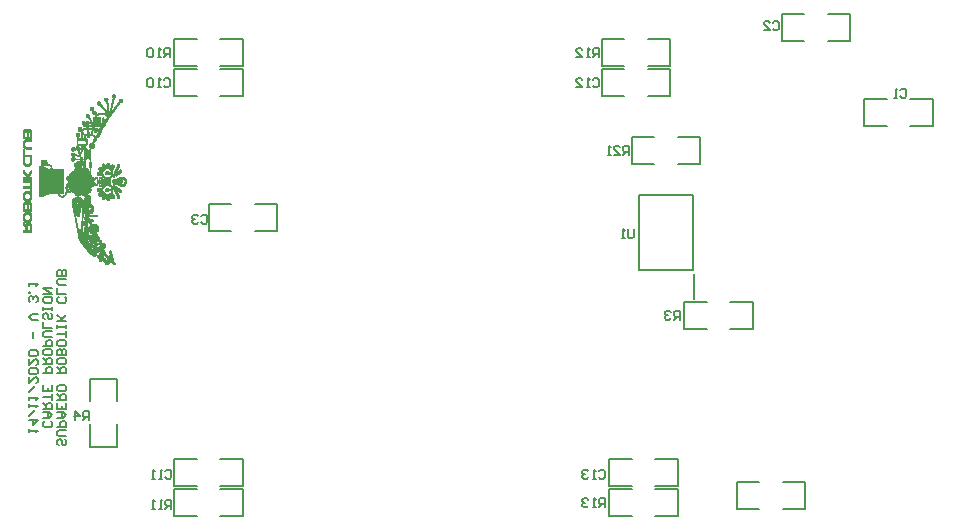
<source format=gbo>
G04 Layer_Color=32896*
%FSLAX25Y25*%
%MOIN*%
G70*
G01*
G75*
%ADD32C,0.00787*%
%ADD33C,0.00100*%
%ADD36C,0.00500*%
D32*
X238610Y13000D02*
X246110D01*
X238610D02*
Y22000D01*
X246110D01*
X253890Y13000D02*
X261390D01*
Y22000D01*
X253890D02*
X261390D01*
X23000Y48890D02*
Y56390D01*
X32000D01*
Y48890D02*
Y56390D01*
X23000Y33610D02*
Y41110D01*
Y33610D02*
X32000D01*
Y41110D01*
X62610Y105500D02*
X70110D01*
X62610D02*
Y114500D01*
X70110D01*
X77890Y105500D02*
X85390D01*
Y114500D01*
X77890D02*
X85390D01*
X253610Y168905D02*
X261110D01*
X253610D02*
Y177905D01*
X261110D01*
X268890Y168905D02*
X276390D01*
Y177905D01*
X268890D02*
X276390D01*
X296390Y149500D02*
X303890D01*
Y140500D02*
Y149500D01*
X296390Y140500D02*
X303890D01*
X281110Y149500D02*
X288610D01*
X281110Y140500D02*
Y149500D01*
Y140500D02*
X288610D01*
X196110Y10500D02*
X203610D01*
X196110D02*
Y19500D01*
X203610D01*
X211390Y10500D02*
X218890D01*
Y19500D01*
X211390D02*
X218890D01*
X208890Y169500D02*
X216390D01*
Y160500D02*
Y169500D01*
X208890Y160500D02*
X216390D01*
X193610Y169500D02*
X201110D01*
X193610Y160500D02*
Y169500D01*
Y160500D02*
X201110D01*
X51110Y10500D02*
X58610D01*
X51110D02*
Y19500D01*
X58610D01*
X66390Y10500D02*
X73890D01*
Y19500D01*
X66390D02*
X73890D01*
X66390Y169500D02*
X73890D01*
Y160500D02*
Y169500D01*
X66390Y160500D02*
X73890D01*
X51110Y169500D02*
X58610D01*
X51110Y160500D02*
Y169500D01*
Y160500D02*
X58610D01*
X196110Y20500D02*
X203610D01*
X196110D02*
Y29500D01*
X203610D01*
X211390Y20500D02*
X218890D01*
Y29500D01*
X211390D02*
X218890D01*
X208890Y159500D02*
X216390D01*
Y150500D02*
Y159500D01*
X208890Y150500D02*
X216390D01*
X193610Y159500D02*
X201110D01*
X193610Y150500D02*
Y159500D01*
Y150500D02*
X201110D01*
X51110Y20500D02*
X58610D01*
X51110D02*
Y29500D01*
X58610D01*
X66390Y20500D02*
X73890D01*
Y29500D01*
X66390D02*
X73890D01*
X66390Y159500D02*
X73890D01*
Y150500D02*
Y159500D01*
X66390Y150500D02*
X73890D01*
X51110Y159500D02*
X58610D01*
X51110Y150500D02*
Y159500D01*
Y150500D02*
X58610D01*
X224331Y82953D02*
Y91220D01*
X205945Y92598D02*
X224055D01*
X205945D02*
Y117402D01*
X224055D01*
Y92598D02*
Y117402D01*
X218890Y137000D02*
X226390D01*
Y128000D02*
Y137000D01*
X218890Y128000D02*
X226390D01*
X203610Y137000D02*
X211110D01*
X203610Y128000D02*
Y137000D01*
Y128000D02*
X211110D01*
X221110Y73000D02*
X228610D01*
X221110D02*
Y82000D01*
X228610D01*
X236390Y73000D02*
X243890D01*
Y82000D01*
X236390D02*
X243890D01*
D33*
X600Y136400D02*
Y138800D01*
Y133800D02*
Y135300D01*
Y130400D02*
Y132800D01*
Y128200D02*
Y130100D01*
Y125100D02*
Y126000D01*
Y122900D02*
Y123500D01*
Y121900D02*
Y122500D01*
Y120000D02*
Y120600D01*
Y116500D02*
Y117900D01*
Y112200D02*
Y114700D01*
Y109600D02*
Y110900D01*
Y107700D02*
Y108500D01*
Y105200D02*
Y105800D01*
X700Y136400D02*
Y139100D01*
Y133600D02*
Y135500D01*
Y130400D02*
Y132800D01*
Y127900D02*
Y130100D01*
Y125000D02*
Y125900D01*
Y122900D02*
Y123500D01*
Y121900D02*
Y122500D01*
Y120000D02*
Y120600D01*
Y116200D02*
Y118200D01*
Y112200D02*
Y114900D01*
Y109200D02*
Y111200D01*
Y107600D02*
Y108500D01*
Y105200D02*
Y105800D01*
X800Y136400D02*
Y139200D01*
Y133400D02*
Y135700D01*
Y130400D02*
Y132800D01*
Y127800D02*
Y130100D01*
Y124800D02*
Y125800D01*
Y122900D02*
Y123500D01*
Y121900D02*
Y122500D01*
Y120000D02*
Y120600D01*
Y116100D02*
Y118400D01*
Y112200D02*
Y115000D01*
Y109100D02*
Y111400D01*
Y107500D02*
Y108400D01*
Y105200D02*
Y105800D01*
X900Y136400D02*
Y139300D01*
Y133300D02*
Y135800D01*
Y130400D02*
Y132800D01*
Y127700D02*
Y130100D01*
Y124700D02*
Y125600D01*
Y122900D02*
Y123500D01*
Y121900D02*
Y122500D01*
Y120000D02*
Y120600D01*
Y115900D02*
Y118500D01*
Y112200D02*
Y115100D01*
Y109000D02*
Y111500D01*
Y107400D02*
Y108300D01*
Y105200D02*
Y105800D01*
X1000Y136400D02*
Y139400D01*
Y133200D02*
Y135900D01*
Y130400D02*
Y132800D01*
Y127500D02*
Y130100D01*
Y124600D02*
Y125600D01*
Y122900D02*
Y123500D01*
Y121900D02*
Y122500D01*
Y120000D02*
Y120600D01*
Y115800D02*
Y118600D01*
Y112200D02*
Y115200D01*
Y108900D02*
Y111600D01*
Y107300D02*
Y108200D01*
Y105200D02*
Y105800D01*
X1100Y136400D02*
Y139400D01*
Y133200D02*
Y135900D01*
Y130400D02*
Y132800D01*
Y127500D02*
Y130100D01*
Y124500D02*
Y125400D01*
Y122900D02*
Y123500D01*
Y121900D02*
Y122500D01*
Y120000D02*
Y120600D01*
Y115800D02*
Y118700D01*
Y112200D02*
Y115200D01*
Y108800D02*
Y111700D01*
Y107300D02*
Y108100D01*
Y105200D02*
Y105800D01*
X1200Y138600D02*
Y139400D01*
Y136400D02*
Y137000D01*
Y135200D02*
Y136000D01*
Y133100D02*
Y134000D01*
Y130400D02*
Y131000D01*
Y127400D02*
Y128300D01*
Y124300D02*
Y125300D01*
Y122900D02*
Y123500D01*
Y121900D02*
Y122500D01*
Y120000D02*
Y120600D01*
Y117800D02*
Y118800D01*
Y115700D02*
Y116600D01*
Y114500D02*
Y115300D01*
Y112200D02*
Y112800D01*
Y110800D02*
Y111700D01*
Y108700D02*
Y109700D01*
Y107100D02*
Y108000D01*
Y105200D02*
Y105800D01*
X1300Y138800D02*
Y139400D01*
Y136400D02*
Y137000D01*
Y135300D02*
Y136000D01*
Y133100D02*
Y133800D01*
Y130400D02*
Y131000D01*
Y127400D02*
Y128200D01*
Y124200D02*
Y125100D01*
Y122900D02*
Y123500D01*
Y121900D02*
Y122500D01*
Y120000D02*
Y120600D01*
Y118000D02*
Y118800D01*
Y115700D02*
Y116500D01*
Y114600D02*
Y115300D01*
Y112200D02*
Y112800D01*
Y111000D02*
Y111800D01*
Y108700D02*
Y109400D01*
Y107100D02*
Y107900D01*
Y105200D02*
Y105800D01*
X1400Y138800D02*
Y139500D01*
Y136400D02*
Y137000D01*
Y135400D02*
Y136100D01*
Y133100D02*
Y133700D01*
Y130400D02*
Y131000D01*
Y127300D02*
Y128000D01*
Y124100D02*
Y125000D01*
Y122900D02*
Y123500D01*
Y121900D02*
Y122500D01*
Y120000D02*
Y120600D01*
Y118100D02*
Y118900D01*
Y115600D02*
Y116300D01*
Y114700D02*
Y115300D01*
Y112200D02*
Y112800D01*
Y111100D02*
Y111900D01*
Y108600D02*
Y109300D01*
Y106000D02*
Y107800D01*
Y105200D02*
Y105800D01*
X1500Y138800D02*
Y139500D01*
Y136400D02*
Y137000D01*
Y135400D02*
Y136100D01*
Y133000D02*
Y133700D01*
Y130400D02*
Y131000D01*
Y127300D02*
Y127900D01*
Y123900D02*
Y124900D01*
Y122900D02*
Y123500D01*
Y121900D02*
Y122500D01*
Y120000D02*
Y120600D01*
Y118200D02*
Y118900D01*
Y115600D02*
Y116300D01*
Y114700D02*
Y115300D01*
Y112200D02*
Y112800D01*
Y111200D02*
Y111900D01*
Y108600D02*
Y109300D01*
Y106000D02*
Y107900D01*
Y105200D02*
Y105800D01*
X1600Y138800D02*
Y139400D01*
Y136400D02*
Y137000D01*
Y135500D02*
Y136100D01*
Y133000D02*
Y133700D01*
Y130400D02*
Y131000D01*
Y127200D02*
Y127900D01*
Y123800D02*
Y124700D01*
Y122900D02*
Y123500D01*
Y121900D02*
Y122500D01*
Y120000D02*
Y120600D01*
Y118300D02*
Y118900D01*
Y115600D02*
Y116200D01*
Y114600D02*
Y115300D01*
Y112200D02*
Y112800D01*
Y111300D02*
Y111900D01*
Y108600D02*
Y109200D01*
Y106000D02*
Y108000D01*
Y105200D02*
Y105800D01*
X1700Y138700D02*
Y139400D01*
Y136400D02*
Y137000D01*
Y135500D02*
Y136100D01*
Y133000D02*
Y133600D01*
Y130400D02*
Y131000D01*
Y127200D02*
Y127800D01*
Y123700D02*
Y124600D01*
Y122900D02*
Y123500D01*
Y121900D02*
Y122500D01*
Y120000D02*
Y120600D01*
Y118300D02*
Y118900D01*
Y115500D02*
Y116100D01*
Y114500D02*
Y115200D01*
Y112200D02*
Y112800D01*
Y111300D02*
Y111900D01*
Y108500D02*
Y109100D01*
Y106000D02*
Y108100D01*
Y105200D02*
Y105800D01*
X1800Y137200D02*
Y139400D01*
Y136400D02*
Y137000D01*
Y135500D02*
Y136100D01*
Y133000D02*
Y133600D01*
Y130400D02*
Y131000D01*
Y127200D02*
Y127800D01*
Y123600D02*
Y124500D01*
Y122900D02*
Y123500D01*
Y121900D02*
Y122500D01*
Y120000D02*
Y120600D01*
Y118300D02*
Y118900D01*
Y115500D02*
Y116100D01*
Y113100D02*
Y115200D01*
Y112200D02*
Y112800D01*
Y111300D02*
Y111900D01*
Y108500D02*
Y109100D01*
Y106000D02*
Y108200D01*
Y105200D02*
Y105800D01*
X1900Y137200D02*
Y139300D01*
Y136400D02*
Y137000D01*
Y135500D02*
Y136100D01*
Y133000D02*
Y133600D01*
Y130400D02*
Y131000D01*
Y127200D02*
Y127800D01*
Y122900D02*
Y124300D01*
Y121900D02*
Y122500D01*
Y120000D02*
Y120600D01*
Y118400D02*
Y118900D01*
Y115500D02*
Y116100D01*
Y113100D02*
Y115100D01*
Y112200D02*
Y112800D01*
Y111300D02*
Y112000D01*
Y108500D02*
Y109100D01*
Y107400D02*
Y108200D01*
Y105200D02*
Y105800D01*
X2000Y137200D02*
Y139200D01*
Y136400D02*
Y137000D01*
Y135500D02*
Y136100D01*
Y133000D02*
Y133600D01*
Y130400D02*
Y131000D01*
Y127200D02*
Y127800D01*
Y122900D02*
Y124200D01*
Y121900D02*
Y122500D01*
Y120000D02*
Y120600D01*
Y118400D02*
Y118900D01*
Y115500D02*
Y116100D01*
Y113100D02*
Y115100D01*
Y112200D02*
Y112800D01*
Y111400D02*
Y112000D01*
Y108500D02*
Y109100D01*
Y107500D02*
Y108200D01*
Y105200D02*
Y105800D01*
X2100Y137200D02*
Y139200D01*
Y136400D02*
Y137000D01*
Y135500D02*
Y136100D01*
Y133000D02*
Y133600D01*
Y130400D02*
Y131000D01*
Y127200D02*
Y127800D01*
Y122900D02*
Y124300D01*
Y121900D02*
Y122500D01*
Y120000D02*
Y120600D01*
Y118400D02*
Y118900D01*
Y115500D02*
Y116100D01*
Y113100D02*
Y115000D01*
Y112200D02*
Y112800D01*
Y111300D02*
Y112000D01*
Y108500D02*
Y109100D01*
Y107600D02*
Y108200D01*
Y105200D02*
Y105800D01*
X2200Y137200D02*
Y139300D01*
Y136400D02*
Y137000D01*
Y135500D02*
Y136100D01*
Y133000D02*
Y133600D01*
Y130400D02*
Y131000D01*
Y127200D02*
Y127800D01*
Y122900D02*
Y124500D01*
Y121900D02*
Y122500D01*
Y120000D02*
Y120600D01*
Y118300D02*
Y118900D01*
Y115500D02*
Y116100D01*
Y113100D02*
Y115100D01*
Y112200D02*
Y112800D01*
Y111300D02*
Y111900D01*
Y108500D02*
Y109100D01*
Y107700D02*
Y108300D01*
Y105200D02*
Y105800D01*
X2300Y138600D02*
Y139300D01*
Y136400D02*
Y137000D01*
Y135500D02*
Y136100D01*
Y133000D02*
Y133600D01*
Y130400D02*
Y131000D01*
Y127200D02*
Y127900D01*
Y123600D02*
Y124600D01*
Y122900D02*
Y123500D01*
Y121900D02*
Y122500D01*
Y120000D02*
Y120600D01*
Y118300D02*
Y118900D01*
Y115500D02*
Y116200D01*
Y114500D02*
Y115200D01*
Y112200D02*
Y112800D01*
Y111300D02*
Y111900D01*
Y108500D02*
Y109200D01*
Y107700D02*
Y108300D01*
Y105200D02*
Y105800D01*
X2400Y138800D02*
Y139400D01*
Y136400D02*
Y137000D01*
Y135500D02*
Y136100D01*
Y133000D02*
Y133600D01*
Y130400D02*
Y131000D01*
Y127200D02*
Y127900D01*
Y123800D02*
Y124700D01*
Y122900D02*
Y123500D01*
Y121900D02*
Y122500D01*
Y120000D02*
Y120600D01*
Y118200D02*
Y118900D01*
Y115500D02*
Y116200D01*
Y114600D02*
Y115200D01*
Y112200D02*
Y112800D01*
Y111300D02*
Y111900D01*
Y108600D02*
Y109200D01*
Y107700D02*
Y108300D01*
Y105200D02*
Y105800D01*
X2500Y138800D02*
Y139400D01*
Y136400D02*
Y137000D01*
Y135500D02*
Y136100D01*
Y133000D02*
Y133600D01*
Y130400D02*
Y131000D01*
Y127300D02*
Y128000D01*
Y123900D02*
Y124800D01*
Y122900D02*
Y123500D01*
Y121900D02*
Y122500D01*
Y120000D02*
Y120600D01*
Y118200D02*
Y118900D01*
Y115600D02*
Y116300D01*
Y114600D02*
Y115200D01*
Y112200D02*
Y112800D01*
Y111200D02*
Y111900D01*
Y108600D02*
Y109300D01*
Y107600D02*
Y108300D01*
Y105200D02*
Y105800D01*
X2600Y138800D02*
Y139400D01*
Y136400D02*
Y137000D01*
Y135500D02*
Y136100D01*
Y133000D02*
Y133600D01*
Y130400D02*
Y131000D01*
Y127300D02*
Y128100D01*
Y124000D02*
Y125000D01*
Y122900D02*
Y123500D01*
Y121900D02*
Y122500D01*
Y120000D02*
Y120600D01*
Y118100D02*
Y118900D01*
Y115600D02*
Y116400D01*
Y114600D02*
Y115200D01*
Y112200D02*
Y112800D01*
Y111100D02*
Y111900D01*
Y108600D02*
Y109400D01*
Y107600D02*
Y108200D01*
Y105200D02*
Y105800D01*
X2700Y138700D02*
Y139400D01*
Y136400D02*
Y137000D01*
Y135500D02*
Y136100D01*
Y133000D02*
Y133600D01*
Y130400D02*
Y131000D01*
Y127400D02*
Y128200D01*
Y124200D02*
Y125100D01*
Y122900D02*
Y123500D01*
Y121900D02*
Y122500D01*
Y120000D02*
Y120600D01*
Y118000D02*
Y118800D01*
Y115600D02*
Y116500D01*
Y114600D02*
Y115200D01*
Y112200D02*
Y112800D01*
Y111000D02*
Y111800D01*
Y108700D02*
Y109500D01*
Y107500D02*
Y108200D01*
Y105200D02*
Y105800D01*
X2800Y138500D02*
Y139400D01*
Y136400D02*
Y137000D01*
Y135500D02*
Y136100D01*
Y133000D02*
Y133600D01*
Y130400D02*
Y131000D01*
Y127400D02*
Y128500D01*
Y124300D02*
Y125300D01*
Y122900D02*
Y123500D01*
Y121900D02*
Y122500D01*
Y120000D02*
Y120600D01*
Y117700D02*
Y118800D01*
Y115700D02*
Y116800D01*
Y114300D02*
Y115200D01*
Y112200D02*
Y112800D01*
Y110700D02*
Y111800D01*
Y108700D02*
Y109800D01*
Y107300D02*
Y108200D01*
Y105200D02*
Y105800D01*
X2900Y136400D02*
Y139400D01*
Y135500D02*
Y136100D01*
Y133000D02*
Y133600D01*
Y130400D02*
Y131000D01*
Y127500D02*
Y130100D01*
Y124400D02*
Y125400D01*
Y122900D02*
Y123500D01*
Y121900D02*
Y122500D01*
Y119000D02*
Y121700D01*
Y115800D02*
Y118700D01*
Y112200D02*
Y115200D01*
Y108800D02*
Y111700D01*
Y105200D02*
Y108200D01*
X3000Y136400D02*
Y139300D01*
Y135500D02*
Y136100D01*
Y133000D02*
Y133600D01*
Y130400D02*
Y131000D01*
Y127500D02*
Y130100D01*
Y124600D02*
Y125500D01*
Y122900D02*
Y123500D01*
Y121900D02*
Y122500D01*
Y119000D02*
Y121700D01*
Y115900D02*
Y118600D01*
Y112200D02*
Y115200D01*
Y108900D02*
Y111600D01*
Y105200D02*
Y108100D01*
X3100Y136400D02*
Y139300D01*
Y135500D02*
Y136100D01*
Y133000D02*
Y133600D01*
Y130400D02*
Y131000D01*
Y127600D02*
Y130100D01*
Y124700D02*
Y125700D01*
Y122900D02*
Y123500D01*
Y121900D02*
Y122500D01*
Y119000D02*
Y121700D01*
Y116000D02*
Y118500D01*
Y112200D02*
Y115100D01*
Y108900D02*
Y111500D01*
Y105200D02*
Y108000D01*
X3200Y136400D02*
Y139200D01*
Y135500D02*
Y136100D01*
Y133000D02*
Y133600D01*
Y130400D02*
Y131000D01*
Y127800D02*
Y130100D01*
Y124800D02*
Y125800D01*
Y122900D02*
Y123500D01*
Y121900D02*
Y122500D01*
Y119000D02*
Y121700D01*
Y116100D02*
Y118400D01*
Y112200D02*
Y115000D01*
Y109100D02*
Y111400D01*
Y105200D02*
Y107900D01*
X3300Y136400D02*
Y139000D01*
Y135500D02*
Y136100D01*
Y133000D02*
Y133600D01*
Y130400D02*
Y131000D01*
Y128000D02*
Y130100D01*
Y124900D02*
Y125900D01*
Y122900D02*
Y123500D01*
Y121900D02*
Y122500D01*
Y119000D02*
Y121700D01*
Y116300D02*
Y118200D01*
Y112200D02*
Y114900D01*
Y109300D02*
Y111200D01*
Y105200D02*
Y107800D01*
X3400Y136400D02*
Y138700D01*
Y135500D02*
Y136100D01*
Y133000D02*
Y133600D01*
Y130400D02*
Y131000D01*
Y128400D02*
Y130100D01*
Y125100D02*
Y125900D01*
Y122900D02*
Y123500D01*
Y121900D02*
Y122500D01*
Y119000D02*
Y121700D01*
Y116700D02*
Y117800D01*
Y112200D02*
Y114500D01*
Y109700D02*
Y110800D01*
Y105200D02*
Y107400D01*
X6000Y117200D02*
Y127100D01*
X6100Y117100D02*
Y127300D01*
X6200Y117100D02*
Y127300D01*
X6300Y117100D02*
Y127300D01*
X6400Y117100D02*
Y127300D01*
X6500Y127900D02*
Y128900D01*
Y123400D02*
Y127300D01*
Y122000D02*
Y122400D01*
Y117100D02*
Y120900D01*
X6600Y127800D02*
Y129100D01*
Y117100D02*
Y127300D01*
X6700Y127700D02*
Y129200D01*
Y117100D02*
Y127300D01*
X6800Y127600D02*
Y129200D01*
Y123400D02*
Y127200D01*
Y117100D02*
Y120900D01*
X6900Y127500D02*
Y129300D01*
Y123400D02*
Y127200D01*
Y117200D02*
Y120900D01*
X7000Y127500D02*
Y129300D01*
Y117200D02*
Y127100D01*
X7100Y127500D02*
Y129300D01*
Y117300D02*
Y127100D01*
X7200Y127500D02*
Y129300D01*
Y124600D02*
Y127100D01*
Y119300D02*
Y124200D01*
Y117300D02*
Y119200D01*
X7300Y127500D02*
Y129300D01*
Y126300D02*
Y127000D01*
Y124600D02*
Y125000D01*
Y123700D02*
Y124100D01*
Y120200D02*
Y120600D01*
Y119400D02*
Y119800D01*
Y118500D02*
Y118900D01*
Y117400D02*
Y118000D01*
X7400Y127500D02*
Y129300D01*
Y117400D02*
Y126900D01*
X7500Y127500D02*
Y129300D01*
Y117400D02*
Y126900D01*
X7600Y127500D02*
Y129300D01*
Y126200D02*
Y126900D01*
Y124500D02*
Y125000D01*
Y123700D02*
Y124100D01*
Y122800D02*
Y123200D01*
Y122000D02*
Y122400D01*
Y121100D02*
Y121500D01*
Y120300D02*
Y120700D01*
Y119400D02*
Y119800D01*
Y118600D02*
Y119000D01*
Y117500D02*
Y118100D01*
X7700Y128600D02*
Y129300D01*
Y127500D02*
Y128300D01*
Y126200D02*
Y126800D01*
Y124400D02*
Y124900D01*
Y123600D02*
Y124000D01*
Y122800D02*
Y123200D01*
Y122000D02*
Y122400D01*
Y121100D02*
Y121500D01*
Y120300D02*
Y120700D01*
Y119500D02*
Y119900D01*
Y118600D02*
Y119000D01*
Y117500D02*
Y118200D01*
X7800Y128600D02*
Y129300D01*
Y128300D02*
Y128500D01*
Y127500D02*
Y128200D01*
Y126100D02*
Y126800D01*
Y117600D02*
Y125700D01*
X7900Y128300D02*
Y129300D01*
Y127500D02*
Y128200D01*
Y126100D02*
Y126700D01*
Y117600D02*
Y125600D01*
X8000Y127600D02*
Y129300D01*
Y126000D02*
Y126700D01*
Y125200D02*
Y125600D01*
Y124400D02*
Y124800D01*
Y123600D02*
Y124000D01*
Y122800D02*
Y123200D01*
Y122000D02*
Y122400D01*
Y121200D02*
Y121600D01*
Y120300D02*
Y120700D01*
Y119500D02*
Y119900D01*
Y118700D02*
Y119100D01*
Y117700D02*
Y118300D01*
X8100Y127600D02*
Y129200D01*
Y125100D02*
Y126600D01*
Y124300D02*
Y124800D01*
Y120100D02*
Y124000D01*
Y117700D02*
Y120000D01*
X8200Y128300D02*
Y129100D01*
Y127700D02*
Y128200D01*
Y117800D02*
Y126600D01*
X8300Y127900D02*
Y129000D01*
Y117800D02*
Y126600D01*
X8400Y128300D02*
Y128600D01*
Y125900D02*
Y126500D01*
Y125100D02*
Y125500D01*
Y124300D02*
Y124700D01*
Y123500D02*
Y123900D01*
Y122800D02*
Y123100D01*
Y122000D02*
Y122400D01*
Y121200D02*
Y121600D01*
Y120400D02*
Y120800D01*
Y119600D02*
Y120000D01*
Y118900D02*
Y119300D01*
Y117800D02*
Y118500D01*
X8500Y127700D02*
Y128500D01*
Y117900D02*
Y126500D01*
X8600Y127500D02*
Y128500D01*
Y117900D02*
Y126400D01*
X8700Y127500D02*
Y127800D01*
Y118000D02*
Y126400D01*
X8800Y127500D02*
Y127800D01*
Y118000D02*
Y126300D01*
X8900Y127500D02*
Y127800D01*
Y118100D02*
Y126200D01*
X9000Y127500D02*
Y127800D01*
Y118300D02*
Y126100D01*
X9100Y127500D02*
Y127800D01*
Y118500D02*
Y125900D01*
X9200Y127500D02*
Y127800D01*
Y118300D02*
Y126100D01*
X9300Y127500D02*
Y127700D01*
Y118200D02*
Y126100D01*
X9400Y127400D02*
Y127700D01*
Y118200D02*
Y126200D01*
X9500Y127400D02*
Y127700D01*
Y126300D02*
Y126600D01*
Y125800D02*
Y126200D01*
Y118200D02*
Y118600D01*
X9600Y127400D02*
Y127700D01*
Y125800D02*
Y126700D01*
Y118700D02*
Y125700D01*
Y118100D02*
Y118600D01*
X9700Y127200D02*
Y127600D01*
Y125800D02*
Y126700D01*
Y118700D02*
Y125700D01*
Y118100D02*
Y118600D01*
X9800Y126900D02*
Y127600D01*
Y125800D02*
Y126800D01*
Y118700D02*
Y125700D01*
Y118100D02*
Y118600D01*
X9900Y125800D02*
Y127400D01*
Y118700D02*
Y125700D01*
Y118100D02*
Y118600D01*
X10000Y126600D02*
Y127200D01*
Y125800D02*
Y126500D01*
Y118700D02*
Y125700D01*
Y118100D02*
Y118600D01*
X10100Y125800D02*
Y126500D01*
Y118700D02*
Y125700D01*
Y118100D02*
Y118600D01*
X10200Y125800D02*
Y126500D01*
Y118700D02*
Y125700D01*
Y118100D02*
Y118600D01*
X10300Y125800D02*
Y126400D01*
Y118700D02*
Y125700D01*
Y118100D02*
Y118600D01*
X10400Y125800D02*
Y126200D01*
Y118700D02*
Y125700D01*
Y118100D02*
Y118600D01*
X10500Y125800D02*
Y126200D01*
Y118700D02*
Y125700D01*
Y118100D02*
Y118600D01*
X10600Y125800D02*
Y126200D01*
Y122500D02*
Y125700D01*
Y121300D02*
Y122400D01*
Y118700D02*
Y121200D01*
Y118100D02*
Y118600D01*
X10700Y125800D02*
Y126200D01*
Y122600D02*
Y125700D01*
Y122300D02*
Y122500D01*
Y121500D02*
Y122200D01*
Y118700D02*
Y121100D01*
Y118100D02*
Y118600D01*
X10800Y125800D02*
Y126200D01*
Y122600D02*
Y125700D01*
Y122200D02*
Y122500D01*
Y121700D02*
Y122100D01*
Y121400D02*
Y121600D01*
Y118700D02*
Y121100D01*
Y118100D02*
Y118600D01*
X10900Y125800D02*
Y126200D01*
Y122700D02*
Y125700D01*
Y122000D02*
Y122600D01*
Y121400D02*
Y121700D01*
Y121200D02*
Y121300D01*
Y118700D02*
Y121100D01*
Y118100D02*
Y118600D01*
X11000Y125800D02*
Y126200D01*
Y122800D02*
Y125700D01*
Y121900D02*
Y122700D01*
Y121500D02*
Y121700D01*
Y121200D02*
Y121400D01*
Y118700D02*
Y121100D01*
Y118100D02*
Y118600D01*
X11100Y125800D02*
Y126200D01*
Y122900D02*
Y125700D01*
Y121700D02*
Y122800D01*
Y121500D02*
Y121600D01*
Y118700D02*
Y121400D01*
Y118100D02*
Y118600D01*
X11200Y125800D02*
Y126200D01*
Y121700D02*
Y125700D01*
Y118700D02*
Y121500D01*
Y118100D02*
Y118600D01*
X11300Y125800D02*
Y126200D01*
Y121800D02*
Y125700D01*
Y121100D02*
Y121700D01*
Y118700D02*
Y121000D01*
Y118100D02*
Y118600D01*
X11400Y125800D02*
Y126200D01*
Y123100D02*
Y125700D01*
Y122000D02*
Y123000D01*
Y121100D02*
Y121900D01*
Y118700D02*
Y121000D01*
Y118100D02*
Y118600D01*
X11500Y125800D02*
Y126200D01*
Y123200D02*
Y125700D01*
Y122200D02*
Y123100D01*
Y121300D02*
Y122000D01*
Y118700D02*
Y120900D01*
Y118100D02*
Y118600D01*
X11600Y125800D02*
Y126200D01*
Y123300D02*
Y125700D01*
Y122400D02*
Y123200D01*
Y121600D02*
Y122300D01*
Y120800D02*
Y121400D01*
Y118700D02*
Y120700D01*
Y118100D02*
Y118600D01*
X11700Y125800D02*
Y126200D01*
Y122600D02*
Y125700D01*
Y121900D02*
Y122400D01*
Y120700D02*
Y121700D01*
Y118700D02*
Y120500D01*
Y118100D02*
Y118600D01*
X11800Y125800D02*
Y126200D01*
Y123400D02*
Y125700D01*
Y122800D02*
Y123300D01*
Y122300D02*
Y122600D01*
Y120600D02*
Y122000D01*
Y118700D02*
Y120300D01*
Y118100D02*
Y118600D01*
X11900Y125800D02*
Y126200D01*
Y123500D02*
Y125700D01*
Y123000D02*
Y123400D01*
Y121100D02*
Y122400D01*
Y118700D02*
Y120700D01*
Y118100D02*
Y118600D01*
X12000Y125800D02*
Y126200D01*
Y123600D02*
Y125700D01*
Y123200D02*
Y123500D01*
Y121800D02*
Y122600D01*
Y118700D02*
Y121200D01*
Y118100D02*
Y118600D01*
X12100Y125800D02*
Y126200D01*
Y123700D02*
Y125700D01*
Y123400D02*
Y123500D01*
Y122400D02*
Y122600D01*
Y118700D02*
Y122000D01*
Y118100D02*
Y118600D01*
X12200Y125800D02*
Y126200D01*
Y123700D02*
Y125700D01*
Y118700D02*
Y122600D01*
Y117900D02*
Y118600D01*
X12300Y125800D02*
Y126200D01*
Y123800D02*
Y125700D01*
Y118700D02*
Y123200D01*
Y117800D02*
Y118600D01*
X12400Y125800D02*
Y126200D01*
Y118700D02*
Y125700D01*
Y117700D02*
Y118600D01*
X12500Y125800D02*
Y126200D01*
Y118700D02*
Y125700D01*
Y118100D02*
Y118600D01*
Y117600D02*
Y118000D01*
X12600Y125800D02*
Y126200D01*
Y118700D02*
Y125700D01*
Y118100D02*
Y118600D01*
Y117400D02*
Y117900D01*
X12700Y125800D02*
Y126200D01*
Y118700D02*
Y125700D01*
Y118100D02*
Y118600D01*
Y117300D02*
Y117800D01*
X12800Y125800D02*
Y126200D01*
Y118700D02*
Y125700D01*
Y118100D02*
Y118600D01*
Y117300D02*
Y117700D01*
X12900Y125800D02*
Y126200D01*
Y118700D02*
Y125700D01*
Y118100D02*
Y118600D01*
Y117200D02*
Y117600D01*
X13000Y125800D02*
Y126200D01*
Y118700D02*
Y125700D01*
Y118100D02*
Y118600D01*
Y117100D02*
Y117500D01*
X13100Y125800D02*
Y126200D01*
Y118700D02*
Y125700D01*
Y118100D02*
Y118600D01*
Y117100D02*
Y117400D01*
X13200Y125800D02*
Y126200D01*
Y118700D02*
Y125700D01*
Y118100D02*
Y118600D01*
Y117000D02*
Y117300D01*
X13300Y125800D02*
Y126200D01*
Y118700D02*
Y125700D01*
Y118100D02*
Y118600D01*
Y117000D02*
Y117300D01*
X13400Y125800D02*
Y126200D01*
Y118100D02*
Y118600D01*
Y117000D02*
Y117200D01*
X13500Y118100D02*
Y126200D01*
Y117000D02*
Y117200D01*
X13600Y118100D02*
Y126200D01*
Y117000D02*
Y117300D01*
X13700Y118200D02*
Y126200D01*
Y117000D02*
Y117300D01*
X13800Y118200D02*
Y126100D01*
Y117000D02*
Y117300D01*
X13900Y118300D02*
Y126100D01*
Y117100D02*
Y117400D01*
X14000Y118400D02*
Y126000D01*
Y117100D02*
Y117400D01*
X14100Y118700D02*
Y125700D01*
Y117200D02*
Y117500D01*
X14200Y117200D02*
Y117500D01*
X14300Y117200D02*
Y117600D01*
X14400Y117300D02*
Y117700D01*
X14500Y117400D02*
Y118000D01*
X14600Y117500D02*
Y118200D01*
X14700Y119900D02*
Y120200D01*
Y117700D02*
Y118400D01*
X14800Y117900D02*
Y120700D01*
X14900Y123100D02*
Y123400D01*
Y118100D02*
Y121000D01*
X15000Y123000D02*
Y123500D01*
Y120400D02*
Y121100D01*
Y118300D02*
Y120200D01*
X15100Y122900D02*
Y123500D01*
Y120700D02*
Y121200D01*
Y119800D02*
Y120300D01*
Y119300D02*
Y119600D01*
X15200Y122800D02*
Y123400D01*
Y120700D02*
Y121300D01*
Y120000D02*
Y120400D01*
Y119400D02*
Y119700D01*
X15300Y122700D02*
Y123300D01*
Y120800D02*
Y121400D01*
Y120000D02*
Y120400D01*
Y119400D02*
Y119700D01*
Y118600D02*
Y119100D01*
X15400Y123600D02*
Y123900D01*
Y122600D02*
Y123200D01*
Y120900D02*
Y121500D01*
Y120100D02*
Y120500D01*
Y118600D02*
Y119700D01*
X15500Y123600D02*
Y124000D01*
Y122500D02*
Y123100D01*
Y121000D02*
Y121700D01*
Y120200D02*
Y120600D01*
Y118500D02*
Y119600D01*
X15600Y123500D02*
Y124000D01*
Y122400D02*
Y123000D01*
Y121200D02*
Y121700D01*
Y120200D02*
Y120700D01*
Y119100D02*
Y119400D01*
Y118500D02*
Y118800D01*
X15700Y123400D02*
Y124000D01*
Y121300D02*
Y122900D01*
Y120200D02*
Y120800D01*
Y118600D02*
Y118900D01*
X15800Y123300D02*
Y123900D01*
Y121300D02*
Y122800D01*
Y120300D02*
Y120900D01*
Y118600D02*
Y118900D01*
X15900Y124200D02*
Y124400D01*
Y123200D02*
Y123800D01*
Y121400D02*
Y122800D01*
Y120400D02*
Y121000D01*
Y118600D02*
Y118900D01*
X16000Y124100D02*
Y124500D01*
Y123100D02*
Y123700D01*
Y121300D02*
Y122900D01*
Y120500D02*
Y121100D01*
Y119700D02*
Y120100D01*
Y118700D02*
Y118900D01*
X16100Y124000D02*
Y124600D01*
Y120700D02*
Y123600D01*
Y119700D02*
Y120100D01*
Y118700D02*
Y119000D01*
X16200Y123900D02*
Y124500D01*
Y120700D02*
Y123500D01*
Y119700D02*
Y120200D01*
Y118700D02*
Y119000D01*
X16300Y123800D02*
Y124400D01*
Y120800D02*
Y123400D01*
Y119700D02*
Y120400D01*
Y118700D02*
Y119100D01*
X16400Y124800D02*
Y124900D01*
Y123700D02*
Y124300D01*
Y120900D02*
Y123300D01*
Y119800D02*
Y120400D01*
Y118800D02*
Y119300D01*
X16500Y124600D02*
Y125000D01*
Y123600D02*
Y124200D01*
Y120800D02*
Y123400D01*
Y119900D02*
Y120600D01*
Y118900D02*
Y119500D01*
X16600Y124500D02*
Y125100D01*
Y120700D02*
Y124100D01*
Y120000D02*
Y120600D01*
Y119100D02*
Y119600D01*
X16700Y132600D02*
Y133100D01*
Y130800D02*
Y131400D01*
Y129300D02*
Y129800D01*
Y124400D02*
Y125100D01*
Y120200D02*
Y124000D01*
Y119100D02*
Y119700D01*
X16800Y132500D02*
Y133200D01*
Y130700D02*
Y131500D01*
Y129200D02*
Y130000D01*
Y124400D02*
Y125000D01*
Y120200D02*
Y124000D01*
Y119200D02*
Y119800D01*
X16900Y132400D02*
Y133300D01*
Y130600D02*
Y131600D01*
Y129100D02*
Y130000D01*
Y124300D02*
Y124900D01*
Y120300D02*
Y123800D01*
Y119300D02*
Y119800D01*
Y114600D02*
Y115700D01*
X17000Y132400D02*
Y133400D01*
Y130600D02*
Y131600D01*
Y129100D02*
Y130100D01*
Y125200D02*
Y125500D01*
Y124100D02*
Y124800D01*
Y120300D02*
Y123900D01*
Y119400D02*
Y120000D01*
Y118700D02*
Y119000D01*
Y114000D02*
Y115900D01*
X17100Y132300D02*
Y133400D01*
Y131200D02*
Y131700D01*
Y130600D02*
Y131000D01*
Y129000D02*
Y130100D01*
Y125100D02*
Y125600D01*
Y120200D02*
Y124700D01*
Y119500D02*
Y120100D01*
Y118700D02*
Y119100D01*
Y113500D02*
Y116100D01*
X17200Y133000D02*
Y133400D01*
Y132300D02*
Y132700D01*
Y131200D02*
Y131700D01*
Y130600D02*
Y131000D01*
Y129700D02*
Y130100D01*
Y129000D02*
Y129400D01*
Y125000D02*
Y125600D01*
Y119600D02*
Y124600D01*
Y118600D02*
Y119100D01*
Y113000D02*
Y116300D01*
X17300Y133000D02*
Y133400D01*
Y132300D02*
Y132800D01*
Y131200D02*
Y131600D01*
Y130600D02*
Y131000D01*
Y129700D02*
Y130100D01*
Y129000D02*
Y129500D01*
Y124900D02*
Y125500D01*
Y119700D02*
Y124500D01*
Y118700D02*
Y119200D01*
Y112500D02*
Y116400D01*
X17400Y132300D02*
Y133400D01*
Y130600D02*
Y131600D01*
Y129000D02*
Y130100D01*
Y124800D02*
Y125400D01*
Y119800D02*
Y124400D01*
Y118700D02*
Y119300D01*
Y114100D02*
Y116500D01*
Y112000D02*
Y114000D01*
X17500Y132400D02*
Y133400D01*
Y130600D02*
Y131600D01*
Y129100D02*
Y130100D01*
Y125700D02*
Y126000D01*
Y124700D02*
Y125300D01*
Y119800D02*
Y124400D01*
Y118900D02*
Y119500D01*
Y118200D02*
Y118400D01*
Y113500D02*
Y116600D01*
Y111500D02*
Y113400D01*
X17600Y132400D02*
Y133300D01*
Y130700D02*
Y131500D01*
Y129100D02*
Y130000D01*
Y127500D02*
Y128100D01*
Y125700D02*
Y126100D01*
Y124600D02*
Y125200D01*
Y119700D02*
Y124500D01*
Y118900D02*
Y119600D01*
Y118200D02*
Y118500D01*
Y115400D02*
Y116600D01*
Y114800D02*
Y115200D01*
Y113500D02*
Y114700D01*
Y110900D02*
Y112900D01*
X17700Y132500D02*
Y133200D01*
Y130800D02*
Y131400D01*
Y129200D02*
Y129900D01*
Y127300D02*
Y128100D01*
Y125600D02*
Y126100D01*
Y119100D02*
Y125100D01*
Y118100D02*
Y118600D01*
Y115600D02*
Y116700D01*
Y114800D02*
Y115200D01*
Y113600D02*
Y114400D01*
Y110500D02*
Y112400D01*
X17800Y132700D02*
Y133100D01*
Y130900D02*
Y131200D01*
Y129400D02*
Y129800D01*
Y127200D02*
Y128200D01*
Y125400D02*
Y126000D01*
Y119100D02*
Y125000D01*
Y118100D02*
Y118700D01*
Y115800D02*
Y116800D01*
Y114800D02*
Y115300D01*
Y113700D02*
Y114300D01*
Y109900D02*
Y111900D01*
X17900Y132800D02*
Y133100D01*
Y130900D02*
Y131200D01*
Y129400D02*
Y129700D01*
Y127800D02*
Y128200D01*
Y127200D02*
Y127700D01*
Y125400D02*
Y125900D01*
Y119200D02*
Y124900D01*
Y118200D02*
Y118800D01*
Y115900D02*
Y116800D01*
Y114600D02*
Y115500D01*
Y113300D02*
Y114200D01*
Y112500D02*
Y112800D01*
Y112100D02*
Y112200D01*
Y109400D02*
Y111600D01*
X18000Y132800D02*
Y133100D01*
Y130900D02*
Y131200D01*
Y129400D02*
Y129700D01*
Y127800D02*
Y128200D01*
Y127100D02*
Y127600D01*
Y126300D02*
Y126500D01*
Y125200D02*
Y125800D01*
Y119300D02*
Y124900D01*
Y118300D02*
Y118900D01*
Y115900D02*
Y116800D01*
Y114400D02*
Y115600D01*
Y113200D02*
Y114200D01*
Y112400D02*
Y112900D01*
Y111900D02*
Y112300D01*
Y111100D02*
Y111700D01*
Y108900D02*
Y110800D01*
X18100Y132800D02*
Y133200D01*
Y130800D02*
Y131200D01*
Y129400D02*
Y129700D01*
Y127800D02*
Y128200D01*
Y127000D02*
Y127500D01*
Y126200D02*
Y126600D01*
Y125100D02*
Y125800D01*
Y119200D02*
Y125000D01*
Y118400D02*
Y119000D01*
Y117700D02*
Y118000D01*
Y113200D02*
Y116900D01*
Y111900D02*
Y112900D01*
Y111400D02*
Y111700D01*
Y111000D02*
Y111300D01*
Y108400D02*
Y110400D01*
X18200Y137600D02*
Y137900D01*
Y132800D02*
Y133600D01*
Y130800D02*
Y131100D01*
Y129400D02*
Y129700D01*
Y127800D02*
Y128200D01*
Y127000D02*
Y127400D01*
Y126100D02*
Y126700D01*
Y118500D02*
Y125700D01*
Y117600D02*
Y118100D01*
Y113200D02*
Y116900D01*
Y111900D02*
Y112900D01*
Y111400D02*
Y111700D01*
Y111100D02*
Y111300D01*
Y107900D02*
Y109800D01*
X18300Y137400D02*
Y138100D01*
Y132900D02*
Y133700D01*
Y130800D02*
Y131100D01*
Y129400D02*
Y129700D01*
Y127500D02*
Y128500D01*
Y127000D02*
Y127400D01*
Y126000D02*
Y126600D01*
Y118600D02*
Y125600D01*
Y117600D02*
Y118200D01*
Y113300D02*
Y116900D01*
Y111800D02*
Y113200D01*
Y111100D02*
Y111700D01*
Y107400D02*
Y109300D01*
X18400Y137300D02*
Y138100D01*
Y133000D02*
Y133800D01*
Y130800D02*
Y131100D01*
Y129400D02*
Y129700D01*
Y127400D02*
Y128600D01*
Y126900D02*
Y127300D01*
Y125900D02*
Y126500D01*
Y118700D02*
Y125500D01*
Y117700D02*
Y118300D01*
Y116200D02*
Y117000D01*
Y115200D02*
Y116000D01*
Y114000D02*
Y114800D01*
Y113400D02*
Y113900D01*
Y111100D02*
Y113300D01*
Y110800D02*
Y110900D01*
Y106800D02*
Y108800D01*
X18500Y137200D02*
Y138200D01*
Y134300D02*
Y136200D01*
Y133500D02*
Y133800D01*
Y132800D02*
Y133300D01*
Y130700D02*
Y131000D01*
Y129400D02*
Y129700D01*
Y126900D02*
Y128700D01*
Y125800D02*
Y126400D01*
Y118800D02*
Y125400D01*
Y117800D02*
Y118400D01*
Y116200D02*
Y117000D01*
Y115300D02*
Y116000D01*
Y114100D02*
Y114700D01*
Y112700D02*
Y113800D01*
Y111500D02*
Y112200D01*
Y110700D02*
Y111300D01*
Y106400D02*
Y108300D01*
X18600Y137200D02*
Y138200D01*
Y134300D02*
Y136300D01*
Y133500D02*
Y133800D01*
Y132600D02*
Y133300D01*
Y130700D02*
Y131000D01*
Y129400D02*
Y129700D01*
Y128200D02*
Y128800D01*
Y126700D02*
Y127800D01*
Y125700D02*
Y126300D01*
Y118700D02*
Y125600D01*
Y117900D02*
Y118500D01*
Y117200D02*
Y117400D01*
Y116200D02*
Y117000D01*
Y115400D02*
Y115900D01*
Y114100D02*
Y114700D01*
Y112700D02*
Y113800D01*
Y110700D02*
Y112100D01*
Y105800D02*
Y107800D01*
X18700Y137800D02*
Y138200D01*
Y134000D02*
Y137600D01*
Y133600D02*
Y133900D01*
Y132500D02*
Y133300D01*
Y130700D02*
Y131000D01*
Y129400D02*
Y129700D01*
Y128400D02*
Y128800D01*
Y127700D02*
Y127900D01*
Y126700D02*
Y127600D01*
Y117900D02*
Y126200D01*
Y117100D02*
Y117500D01*
Y116200D02*
Y117000D01*
Y115400D02*
Y115900D01*
Y114100D02*
Y114600D01*
Y112800D02*
Y113800D01*
Y110500D02*
Y112100D01*
Y105300D02*
Y107300D01*
X18800Y137800D02*
Y138200D01*
Y136000D02*
Y137600D01*
Y133600D02*
Y134600D01*
Y133000D02*
Y133300D01*
Y132300D02*
Y132900D01*
Y130600D02*
Y130900D01*
Y129400D02*
Y129700D01*
Y128500D02*
Y128900D01*
Y127700D02*
Y127900D01*
Y126500D02*
Y127500D01*
Y118100D02*
Y126100D01*
Y117100D02*
Y117600D01*
Y116200D02*
Y117000D01*
Y115400D02*
Y115900D01*
Y114100D02*
Y114600D01*
Y112800D02*
Y113800D01*
Y111700D02*
Y112100D01*
Y111200D02*
Y111600D01*
Y110500D02*
Y110900D01*
Y105000D02*
Y106700D01*
X18900Y137800D02*
Y138200D01*
Y136000D02*
Y137700D01*
Y133600D02*
Y134600D01*
Y133000D02*
Y133300D01*
Y132100D02*
Y132900D01*
Y130600D02*
Y130900D01*
Y129400D02*
Y129700D01*
Y128500D02*
Y128900D01*
Y127800D02*
Y128000D01*
Y126500D02*
Y127400D01*
Y118200D02*
Y126000D01*
Y117100D02*
Y117700D01*
Y116200D02*
Y117000D01*
Y115400D02*
Y115900D01*
Y114100D02*
Y114700D01*
Y112800D02*
Y113800D01*
Y111600D02*
Y112100D01*
Y111200D02*
Y111500D01*
Y110500D02*
Y110900D01*
Y104900D02*
Y106300D01*
X19000Y139000D02*
Y140100D01*
Y137200D02*
Y138200D01*
Y136000D02*
Y136300D01*
Y134300D02*
Y134600D01*
Y133000D02*
Y133900D01*
Y132700D02*
Y132900D01*
Y131900D02*
Y132500D01*
Y130600D02*
Y130900D01*
Y129400D02*
Y129700D01*
Y128600D02*
Y128900D01*
Y127800D02*
Y128100D01*
Y127000D02*
Y127400D01*
Y126400D02*
Y126900D01*
Y118300D02*
Y126000D01*
Y117200D02*
Y117800D01*
Y116200D02*
Y117000D01*
Y115300D02*
Y115900D01*
Y114100D02*
Y114700D01*
Y113400D02*
Y113800D01*
Y112700D02*
Y113300D01*
Y111200D02*
Y112200D01*
Y110500D02*
Y110900D01*
Y104800D02*
Y106200D01*
X19100Y139000D02*
Y140100D01*
Y137200D02*
Y138200D01*
Y136000D02*
Y136300D01*
Y134300D02*
Y134600D01*
Y132600D02*
Y133800D01*
Y131700D02*
Y132400D01*
Y130600D02*
Y130900D01*
Y129400D02*
Y129700D01*
Y128600D02*
Y129000D01*
Y127800D02*
Y128200D01*
Y127000D02*
Y127300D01*
Y126200D02*
Y126800D01*
Y118200D02*
Y126100D01*
Y117300D02*
Y117900D01*
Y116200D02*
Y117000D01*
Y115100D02*
Y116100D01*
Y114000D02*
Y114900D01*
Y113400D02*
Y113900D01*
Y112600D02*
Y113300D01*
Y111100D02*
Y112300D01*
Y110500D02*
Y111000D01*
Y105700D02*
Y106100D01*
Y105400D02*
Y105600D01*
Y104800D02*
Y105300D01*
Y103300D02*
Y104700D01*
X19200Y139000D02*
Y140100D01*
Y137300D02*
Y138100D01*
Y136000D02*
Y136400D01*
Y134100D02*
Y134600D01*
Y133000D02*
Y133700D01*
Y132600D02*
Y132900D01*
Y131500D02*
Y132200D01*
Y130600D02*
Y130900D01*
Y129400D02*
Y129700D01*
Y128700D02*
Y129000D01*
Y127700D02*
Y128300D01*
Y127000D02*
Y127300D01*
Y118200D02*
Y126700D01*
Y117400D02*
Y118000D01*
Y110500D02*
Y116900D01*
Y103300D02*
Y106300D01*
X19300Y139000D02*
Y140100D01*
Y137500D02*
Y137900D01*
Y136000D02*
Y136400D01*
Y134100D02*
Y134600D01*
Y133000D02*
Y133300D01*
Y132700D02*
Y132900D01*
Y131300D02*
Y132000D01*
Y130600D02*
Y131000D01*
Y129400D02*
Y129700D01*
Y128700D02*
Y129000D01*
Y127700D02*
Y128300D01*
Y127000D02*
Y127300D01*
Y117500D02*
Y126700D01*
Y113200D02*
Y116900D01*
Y111700D02*
Y113000D01*
Y110700D02*
Y111400D01*
Y103300D02*
Y106300D01*
Y102700D02*
Y103100D01*
X19400Y139700D02*
Y140100D01*
Y139000D02*
Y139400D01*
Y136000D02*
Y136400D01*
Y134100D02*
Y134600D01*
Y133000D02*
Y133300D01*
Y130600D02*
Y131800D01*
Y129400D02*
Y129700D01*
Y128700D02*
Y129000D01*
Y127800D02*
Y128200D01*
Y127000D02*
Y127300D01*
Y117600D02*
Y126600D01*
Y113200D02*
Y116900D01*
Y112000D02*
Y113000D01*
Y110700D02*
Y111400D01*
Y104700D02*
Y106300D01*
Y103300D02*
Y104500D01*
Y102500D02*
Y103100D01*
X19500Y139700D02*
Y140100D01*
Y139000D02*
Y139400D01*
Y136000D02*
Y136300D01*
Y134300D02*
Y134600D01*
Y133000D02*
Y133300D01*
Y130700D02*
Y131600D01*
Y129400D02*
Y129700D01*
Y128700D02*
Y129000D01*
Y127800D02*
Y128300D01*
Y127000D02*
Y127300D01*
Y125600D02*
Y126500D01*
Y124700D02*
Y125300D01*
Y123900D02*
Y124600D01*
Y123600D02*
Y123800D01*
Y121700D02*
Y122900D01*
Y120200D02*
Y121600D01*
Y119200D02*
Y119800D01*
Y117700D02*
Y118500D01*
Y115900D02*
Y116800D01*
Y114500D02*
Y115600D01*
Y113200D02*
Y114100D01*
Y112000D02*
Y113000D01*
Y106000D02*
Y106300D01*
Y105600D02*
Y105900D01*
Y105100D02*
Y105400D01*
Y104700D02*
Y105000D01*
Y103300D02*
Y104500D01*
Y102300D02*
Y103200D01*
X19600Y139700D02*
Y140100D01*
Y139000D02*
Y139400D01*
Y136000D02*
Y136400D01*
Y134100D02*
Y134600D01*
Y133000D02*
Y133300D01*
Y130800D02*
Y131800D01*
Y128600D02*
Y130200D01*
Y127900D02*
Y128200D01*
Y127000D02*
Y127300D01*
Y123900D02*
Y126400D01*
Y122600D02*
Y123800D01*
Y120400D02*
Y122500D01*
Y119700D02*
Y120300D01*
Y119300D02*
Y119600D01*
Y117800D02*
Y119200D01*
Y115800D02*
Y116800D01*
Y114600D02*
Y115400D01*
Y113300D02*
Y114200D01*
Y112600D02*
Y112900D01*
Y112000D02*
Y112400D01*
Y106000D02*
Y106300D01*
Y105600D02*
Y105900D01*
Y105100D02*
Y105400D01*
Y104700D02*
Y105000D01*
Y103300D02*
Y104500D01*
Y102100D02*
Y103200D01*
X19700Y139000D02*
Y140100D01*
Y136000D02*
Y136400D01*
Y134100D02*
Y134600D01*
Y133000D02*
Y133300D01*
Y131300D02*
Y132000D01*
Y128600D02*
Y130200D01*
Y127000D02*
Y128500D01*
Y125900D02*
Y126400D01*
Y125100D02*
Y125800D01*
Y124600D02*
Y125000D01*
Y123900D02*
Y124500D01*
Y121800D02*
Y123800D01*
Y119700D02*
Y121700D01*
Y117900D02*
Y119600D01*
Y115700D02*
Y116700D01*
Y114800D02*
Y115200D01*
Y113700D02*
Y114300D01*
Y104700D02*
Y106300D01*
Y103500D02*
Y104600D01*
Y101900D02*
Y103300D01*
X19800Y139000D02*
Y140100D01*
Y138100D02*
Y138500D01*
Y137800D02*
Y138000D01*
Y136000D02*
Y136400D01*
Y134100D02*
Y134600D01*
Y133000D02*
Y133800D01*
Y131500D02*
Y132200D01*
Y127000D02*
Y130200D01*
Y124600D02*
Y126400D01*
Y123900D02*
Y124500D01*
Y122500D02*
Y123800D01*
Y121900D02*
Y122400D01*
Y121500D02*
Y121800D01*
Y120500D02*
Y120900D01*
Y117900D02*
Y120400D01*
Y115600D02*
Y116700D01*
Y114800D02*
Y115200D01*
Y113600D02*
Y114400D01*
Y104700D02*
Y106300D01*
Y103500D02*
Y104600D01*
Y101800D02*
Y103300D01*
X19900Y139000D02*
Y140100D01*
Y137800D02*
Y138500D01*
Y136000D02*
Y136300D01*
Y134300D02*
Y134600D01*
Y132600D02*
Y133800D01*
Y131700D02*
Y132300D01*
Y129000D02*
Y130100D01*
Y127000D02*
Y128900D01*
Y125000D02*
Y126400D01*
Y124700D02*
Y124900D01*
Y123900D02*
Y124600D01*
Y123600D02*
Y123800D01*
Y122400D02*
Y123200D01*
Y120500D02*
Y122300D01*
Y119200D02*
Y120400D01*
Y117900D02*
Y118600D01*
Y115300D02*
Y116600D01*
Y114800D02*
Y115200D01*
Y113500D02*
Y114700D01*
Y105800D02*
Y106300D01*
Y104700D02*
Y105700D01*
Y103500D02*
Y104600D01*
Y101600D02*
Y103300D01*
X20000Y138900D02*
Y140100D01*
Y137800D02*
Y138700D01*
Y136000D02*
Y136300D01*
Y134300D02*
Y134600D01*
Y132600D02*
Y133800D01*
Y131900D02*
Y132500D01*
Y129100D02*
Y130100D01*
Y127100D02*
Y128600D01*
Y123900D02*
Y126400D01*
Y122000D02*
Y123800D01*
Y121600D02*
Y121900D01*
Y120500D02*
Y121500D01*
Y117900D02*
Y120400D01*
Y113600D02*
Y116500D01*
Y104800D02*
Y106200D01*
Y103600D02*
Y104600D01*
Y101500D02*
Y103200D01*
X20100Y136000D02*
Y139200D01*
Y134100D02*
Y134600D01*
Y133400D02*
Y133800D01*
Y133000D02*
Y133300D01*
Y132100D02*
Y132700D01*
Y129000D02*
Y130200D01*
Y128200D02*
Y128600D01*
Y127400D02*
Y127800D01*
Y125900D02*
Y126400D01*
Y125100D02*
Y125800D01*
Y123900D02*
Y125000D01*
Y122300D02*
Y123800D01*
Y121600D02*
Y122200D01*
Y120500D02*
Y121500D01*
Y118500D02*
Y120400D01*
Y117900D02*
Y118400D01*
Y114100D02*
Y116400D01*
Y113600D02*
Y114000D01*
Y104900D02*
Y108800D01*
Y103600D02*
Y104700D01*
Y101500D02*
Y103300D01*
X20200Y141400D02*
Y141900D01*
Y136000D02*
Y139400D01*
Y134100D02*
Y134600D01*
Y133400D02*
Y133800D01*
Y133000D02*
Y133300D01*
Y132200D02*
Y132900D01*
Y129000D02*
Y130200D01*
Y128200D02*
Y128600D01*
Y127400D02*
Y127800D01*
Y123900D02*
Y126400D01*
Y122200D02*
Y123800D01*
Y121500D02*
Y122000D01*
Y120500D02*
Y121400D01*
Y117900D02*
Y120400D01*
Y114100D02*
Y116300D01*
Y113700D02*
Y113900D01*
Y103600D02*
Y112800D01*
Y101600D02*
Y103300D01*
X20300Y141300D02*
Y142100D01*
Y138900D02*
Y139500D01*
Y136000D02*
Y138500D01*
Y134100D02*
Y134600D01*
Y133400D02*
Y133800D01*
Y132400D02*
Y133300D01*
Y129000D02*
Y130200D01*
Y128200D02*
Y128600D01*
Y127400D02*
Y127800D01*
Y125600D02*
Y126500D01*
Y124500D02*
Y125200D01*
Y123600D02*
Y123800D01*
Y121400D02*
Y122900D01*
Y120500D02*
Y120700D01*
Y119300D02*
Y120400D01*
Y117800D02*
Y118600D01*
Y103700D02*
Y116200D01*
Y101600D02*
Y103400D01*
Y101200D02*
Y101500D01*
X20400Y141200D02*
Y142100D01*
Y139100D02*
Y139600D01*
Y137800D02*
Y138500D01*
Y136000D02*
Y136300D01*
Y134300D02*
Y134600D01*
Y133400D02*
Y133800D01*
Y132600D02*
Y133300D01*
Y129400D02*
Y129700D01*
Y128200D02*
Y128600D01*
Y127400D02*
Y127800D01*
Y117700D02*
Y126600D01*
Y106200D02*
Y116000D01*
Y103700D02*
Y105200D01*
Y102700D02*
Y103400D01*
Y101200D02*
Y102500D01*
X20500Y141200D02*
Y142200D01*
Y139200D02*
Y139700D01*
Y138100D02*
Y138500D01*
Y137800D02*
Y138000D01*
Y136000D02*
Y136400D01*
Y134100D02*
Y134600D01*
Y133400D02*
Y133800D01*
Y132800D02*
Y133300D01*
Y129400D02*
Y129700D01*
Y128200D02*
Y128600D01*
Y127400D02*
Y127800D01*
Y117600D02*
Y126700D01*
Y110200D02*
Y115800D01*
Y103700D02*
Y105200D01*
Y102700D02*
Y103500D01*
Y101000D02*
Y102500D01*
X20600Y141700D02*
Y142200D01*
Y141000D02*
Y141600D01*
Y139300D02*
Y139700D01*
Y137800D02*
Y137900D01*
Y136000D02*
Y136400D01*
Y134100D02*
Y134600D01*
Y133400D02*
Y133800D01*
Y133000D02*
Y133300D01*
Y129400D02*
Y129700D01*
Y126200D02*
Y126800D01*
Y117600D02*
Y126100D01*
Y114300D02*
Y115500D01*
Y108500D02*
Y108900D01*
Y103700D02*
Y105300D01*
Y102800D02*
Y103600D01*
Y101000D02*
Y102600D01*
X20700Y141800D02*
Y142200D01*
Y140700D02*
Y141600D01*
Y139400D02*
Y139800D01*
Y136000D02*
Y136400D01*
Y134100D02*
Y134600D01*
Y133400D02*
Y133800D01*
Y133100D02*
Y133300D01*
Y129400D02*
Y129700D01*
Y127300D02*
Y128800D01*
Y126300D02*
Y126900D01*
Y118200D02*
Y126000D01*
Y117400D02*
Y118000D01*
Y108400D02*
Y109000D01*
Y107500D02*
Y108300D01*
Y103700D02*
Y105300D01*
Y102900D02*
Y103600D01*
Y100700D02*
Y102600D01*
X20800Y141800D02*
Y142200D01*
Y140600D02*
Y141600D01*
Y139500D02*
Y139900D01*
Y136000D02*
Y136300D01*
Y134400D02*
Y134600D01*
Y133400D02*
Y133800D01*
Y129400D02*
Y129700D01*
Y127300D02*
Y128800D01*
Y126400D02*
Y127000D01*
Y118300D02*
Y126000D01*
Y117300D02*
Y117900D01*
Y107500D02*
Y109000D01*
Y103800D02*
Y105300D01*
Y102900D02*
Y103600D01*
Y100700D02*
Y102700D01*
X20900Y141100D02*
Y142200D01*
Y140600D02*
Y141000D01*
Y139600D02*
Y139900D01*
Y136000D02*
Y136300D01*
Y134400D02*
Y134600D01*
Y132900D02*
Y133800D01*
Y132200D02*
Y132500D01*
Y131600D02*
Y131900D01*
Y130900D02*
Y131200D01*
Y130200D02*
Y130500D01*
Y126500D02*
Y129900D01*
Y118200D02*
Y126100D01*
Y117200D02*
Y117800D01*
Y111500D02*
Y116700D01*
Y109800D02*
Y110300D01*
Y107500D02*
Y109000D01*
Y103800D02*
Y106800D01*
Y103000D02*
Y103700D01*
Y100500D02*
Y102700D01*
X21000Y141200D02*
Y142200D01*
Y140600D02*
Y140900D01*
Y139600D02*
Y139900D01*
Y136000D02*
Y137900D01*
Y134100D02*
Y134600D01*
Y132900D02*
Y133800D01*
Y132200D02*
Y132600D01*
Y131500D02*
Y131900D01*
Y130900D02*
Y131200D01*
Y130200D02*
Y130500D01*
Y126600D02*
Y129900D01*
Y118100D02*
Y126200D01*
Y117100D02*
Y117700D01*
Y111500D02*
Y116700D01*
Y109700D02*
Y110300D01*
Y107500D02*
Y109000D01*
Y103800D02*
Y106800D01*
Y103000D02*
Y103700D01*
Y100500D02*
Y102800D01*
X21100Y141200D02*
Y142100D01*
Y140600D02*
Y140900D01*
Y139600D02*
Y139900D01*
Y136000D02*
Y137900D01*
Y134100D02*
Y134600D01*
Y132900D02*
Y133800D01*
Y132200D02*
Y132600D01*
Y131500D02*
Y131900D01*
Y130800D02*
Y131200D01*
Y130200D02*
Y130500D01*
Y126700D02*
Y129900D01*
Y118100D02*
Y126300D01*
Y117100D02*
Y117600D01*
Y111500D02*
Y116700D01*
Y109600D02*
Y110300D01*
Y107500D02*
Y108900D01*
Y103800D02*
Y106900D01*
Y102900D02*
Y103700D01*
Y100200D02*
Y102800D01*
X21200Y141300D02*
Y142000D01*
Y140600D02*
Y140900D01*
Y139600D02*
Y139900D01*
Y136400D02*
Y137900D01*
Y136000D02*
Y136300D01*
Y135700D02*
Y135900D01*
Y134200D02*
Y134600D01*
Y132900D02*
Y133800D01*
Y132200D02*
Y132600D01*
Y131500D02*
Y131900D01*
Y130800D02*
Y131200D01*
Y130200D02*
Y130600D01*
Y126800D02*
Y129900D01*
Y125700D02*
Y126400D01*
Y118700D02*
Y125500D01*
Y118000D02*
Y118600D01*
Y117100D02*
Y117500D01*
Y111500D02*
Y116700D01*
Y109500D02*
Y110300D01*
Y103900D02*
Y108900D01*
Y100200D02*
Y103800D01*
X21300Y141500D02*
Y141900D01*
Y140600D02*
Y140900D01*
Y139600D02*
Y139900D01*
Y137700D02*
Y137900D01*
Y135600D02*
Y136300D01*
Y134400D02*
Y134600D01*
Y132800D02*
Y133200D01*
Y132200D02*
Y132600D01*
Y131500D02*
Y131900D01*
Y130800D02*
Y131300D01*
Y130100D02*
Y130600D01*
Y129500D02*
Y129900D01*
Y127300D02*
Y128800D01*
Y125800D02*
Y126500D01*
Y118800D02*
Y125500D01*
Y117900D02*
Y118400D01*
Y117200D02*
Y117400D01*
Y111500D02*
Y116700D01*
Y109400D02*
Y110300D01*
Y107900D02*
Y108900D01*
Y103900D02*
Y107700D01*
Y100000D02*
Y103800D01*
X21400Y141500D02*
Y141900D01*
Y140500D02*
Y141000D01*
Y139500D02*
Y140000D01*
Y137700D02*
Y137900D01*
Y135600D02*
Y136400D01*
Y134100D02*
Y134600D01*
Y132800D02*
Y133200D01*
Y132100D02*
Y132700D01*
Y131400D02*
Y132000D01*
Y130800D02*
Y131300D01*
Y130100D02*
Y130600D01*
Y129600D02*
Y130000D01*
Y127300D02*
Y128800D01*
Y126000D02*
Y126600D01*
Y118800D02*
Y125500D01*
Y117700D02*
Y118300D01*
Y113800D02*
Y117600D01*
Y111200D02*
Y112500D01*
Y110500D02*
Y111000D01*
Y109900D02*
Y110300D01*
Y109300D02*
Y109800D01*
Y108500D02*
Y108900D01*
Y100000D02*
Y107800D01*
X21500Y143600D02*
Y144200D01*
Y141400D02*
Y142000D01*
Y140400D02*
Y141000D01*
Y139500D02*
Y140000D01*
Y137700D02*
Y137900D01*
Y135600D02*
Y136400D01*
Y134100D02*
Y134600D01*
Y129600D02*
Y133200D01*
Y126100D02*
Y126700D01*
Y118700D02*
Y125600D01*
Y113800D02*
Y118300D01*
Y111200D02*
Y112500D01*
Y110500D02*
Y111000D01*
Y109200D02*
Y110300D01*
Y107900D02*
Y109000D01*
Y104000D02*
Y107800D01*
Y99700D02*
Y103900D01*
X21600Y143500D02*
Y144300D01*
Y141400D02*
Y142000D01*
Y140400D02*
Y141000D01*
Y139400D02*
Y140100D01*
Y137700D02*
Y137900D01*
Y134100D02*
Y136400D01*
Y129600D02*
Y133100D01*
Y126200D02*
Y126700D01*
Y118600D02*
Y125700D01*
Y113800D02*
Y118100D01*
Y111200D02*
Y112500D01*
Y110500D02*
Y110900D01*
Y109800D02*
Y110200D01*
Y109200D02*
Y109700D01*
Y105200D02*
Y109100D01*
Y104000D02*
Y104700D01*
Y99600D02*
Y103700D01*
X21700Y143400D02*
Y144400D01*
Y141400D02*
Y142300D01*
Y140400D02*
Y141300D01*
Y139800D02*
Y140300D01*
Y139400D02*
Y139700D01*
Y137700D02*
Y137900D01*
Y134400D02*
Y136300D01*
Y129700D02*
Y133100D01*
Y126300D02*
Y126600D01*
Y125200D02*
Y125800D01*
Y119200D02*
Y125000D01*
Y118500D02*
Y119100D01*
Y113200D02*
Y118100D01*
Y110300D02*
Y113100D01*
Y104000D02*
Y110200D01*
Y99500D02*
Y103600D01*
X21800Y143400D02*
Y144400D01*
Y141400D02*
Y142200D01*
Y140400D02*
Y141300D01*
Y139400D02*
Y140300D01*
Y137000D02*
Y138600D01*
Y134400D02*
Y136300D01*
Y132500D02*
Y132900D01*
Y131800D02*
Y132300D01*
Y131100D02*
Y131600D01*
Y130500D02*
Y130900D01*
Y129800D02*
Y130200D01*
Y126400D02*
Y126500D01*
Y125300D02*
Y125900D01*
Y119300D02*
Y124900D01*
Y118400D02*
Y119000D01*
Y117700D02*
Y117900D01*
Y110300D02*
Y117600D01*
Y103800D02*
Y110100D01*
Y99300D02*
Y103400D01*
X21900Y144000D02*
Y144500D01*
Y143400D02*
Y143800D01*
Y141400D02*
Y142200D01*
Y140500D02*
Y141200D01*
Y139500D02*
Y140200D01*
Y136900D02*
Y138700D01*
Y129900D02*
Y132900D01*
Y125400D02*
Y126000D01*
Y119300D02*
Y125000D01*
Y118300D02*
Y118800D01*
Y110300D02*
Y117500D01*
Y108800D02*
Y110100D01*
Y105200D02*
Y107800D01*
Y103700D02*
Y104700D01*
Y99200D02*
Y103200D01*
X22000Y144000D02*
Y144500D01*
Y143400D02*
Y143800D01*
Y141500D02*
Y142100D01*
Y140600D02*
Y141200D01*
Y139600D02*
Y140200D01*
Y136900D02*
Y138700D01*
Y129900D02*
Y132900D01*
Y125500D02*
Y126100D01*
Y119200D02*
Y125100D01*
Y118200D02*
Y118800D01*
Y110300D02*
Y117500D01*
Y108800D02*
Y110100D01*
Y103700D02*
Y107800D01*
Y99000D02*
Y103000D01*
X22100Y144000D02*
Y144400D01*
Y143400D02*
Y143800D01*
Y141500D02*
Y142100D01*
Y140500D02*
Y141400D01*
Y139600D02*
Y140400D01*
Y139100D02*
Y139400D01*
Y138400D02*
Y139000D01*
Y136900D02*
Y137200D01*
Y129900D02*
Y132900D01*
Y125600D02*
Y126200D01*
Y119100D02*
Y125200D01*
Y118100D02*
Y118700D01*
Y110300D02*
Y117500D01*
Y108800D02*
Y110000D01*
Y103700D02*
Y107700D01*
Y102600D02*
Y102800D01*
Y99000D02*
Y102400D01*
X22200Y143400D02*
Y144400D01*
Y141500D02*
Y142100D01*
Y140600D02*
Y141400D01*
Y139600D02*
Y140400D01*
Y139100D02*
Y139400D01*
Y138400D02*
Y139000D01*
Y136900D02*
Y137200D01*
Y125700D02*
Y126100D01*
Y124700D02*
Y125300D01*
Y119700D02*
Y124500D01*
Y119000D02*
Y119600D01*
Y118100D02*
Y118600D01*
Y110300D02*
Y117500D01*
Y108600D02*
Y109900D01*
Y103700D02*
Y106900D01*
Y98800D02*
Y102200D01*
X22300Y143400D02*
Y144400D01*
Y141500D02*
Y142000D01*
Y140600D02*
Y141400D01*
Y139600D02*
Y140400D01*
Y139100D02*
Y139400D01*
Y138400D02*
Y139000D01*
Y136900D02*
Y137200D01*
Y132200D02*
Y132600D01*
Y131700D02*
Y132100D01*
Y131100D02*
Y131500D01*
Y130500D02*
Y130900D01*
Y129900D02*
Y130300D01*
Y125800D02*
Y126000D01*
Y124800D02*
Y125400D01*
Y119800D02*
Y124400D01*
Y119000D02*
Y119600D01*
Y118200D02*
Y118500D01*
Y111200D02*
Y117500D01*
Y110600D02*
Y110900D01*
Y108500D02*
Y109900D01*
Y103200D02*
Y103700D01*
Y98700D02*
Y102000D01*
X22400Y143300D02*
Y144300D01*
Y141700D02*
Y142000D01*
Y140700D02*
Y141000D01*
Y139700D02*
Y140000D01*
Y136900D02*
Y138700D01*
Y129800D02*
Y132700D01*
Y124900D02*
Y125500D01*
Y119900D02*
Y124500D01*
Y118800D02*
Y119400D01*
Y113700D02*
Y117400D01*
Y111200D02*
Y112500D01*
Y110600D02*
Y110900D01*
Y108400D02*
Y109800D01*
Y103000D02*
Y103900D01*
Y98500D02*
Y101800D01*
X22500Y143200D02*
Y144200D01*
Y141600D02*
Y142000D01*
Y140600D02*
Y141000D01*
Y139700D02*
Y140000D01*
Y136900D02*
Y138700D01*
Y129800D02*
Y132800D01*
Y125000D02*
Y125600D01*
Y119700D02*
Y124500D01*
Y118700D02*
Y119400D01*
Y113800D02*
Y117400D01*
Y111200D02*
Y112500D01*
Y110600D02*
Y110900D01*
Y108300D02*
Y109900D01*
Y106100D02*
Y106600D01*
Y102800D02*
Y104000D01*
Y98500D02*
Y101600D01*
X22600Y143000D02*
Y143600D01*
Y141600D02*
Y141900D01*
Y140600D02*
Y140900D01*
Y139600D02*
Y140000D01*
Y136900D02*
Y138700D01*
Y133800D02*
Y134500D01*
Y129700D02*
Y132800D01*
Y127000D02*
Y128600D01*
Y125100D02*
Y125600D01*
Y122300D02*
Y124600D01*
Y119700D02*
Y122100D01*
Y118700D02*
Y119300D01*
Y113700D02*
Y117400D01*
Y111500D02*
Y112500D01*
Y110600D02*
Y110900D01*
Y108200D02*
Y110000D01*
Y106900D02*
Y107100D01*
Y106100D02*
Y106600D01*
Y105600D02*
Y105800D01*
Y102600D02*
Y104000D01*
Y98300D02*
Y101400D01*
X22700Y142800D02*
Y143400D01*
Y141600D02*
Y141900D01*
Y140600D02*
Y140900D01*
Y139600D02*
Y139900D01*
Y137700D02*
Y137900D01*
Y133600D02*
Y134700D01*
Y132500D02*
Y132900D01*
Y131900D02*
Y132400D01*
Y131300D02*
Y131800D01*
Y130800D02*
Y131200D01*
Y130200D02*
Y130700D01*
Y129700D02*
Y130100D01*
Y127000D02*
Y128600D01*
Y125200D02*
Y125600D01*
Y124100D02*
Y124700D01*
Y122400D02*
Y124000D01*
Y119600D02*
Y122000D01*
Y118700D02*
Y119100D01*
Y113700D02*
Y117400D01*
Y111500D02*
Y112500D01*
Y110600D02*
Y110900D01*
Y109100D02*
Y109700D01*
Y108100D02*
Y109000D01*
Y106900D02*
Y107300D01*
Y106100D02*
Y106600D01*
Y105500D02*
Y105900D01*
Y102300D02*
Y104100D01*
Y98200D02*
Y101200D01*
X22800Y142600D02*
Y143300D01*
Y141600D02*
Y141800D01*
Y140600D02*
Y140900D01*
Y139600D02*
Y139900D01*
Y137700D02*
Y137900D01*
Y133500D02*
Y134800D01*
Y132500D02*
Y133200D01*
Y131900D02*
Y132300D01*
Y131400D02*
Y131800D01*
Y130800D02*
Y131200D01*
Y130200D02*
Y130600D01*
Y129400D02*
Y130100D01*
Y127000D02*
Y128600D01*
Y125300D02*
Y125500D01*
Y124200D02*
Y124800D01*
Y122400D02*
Y123900D01*
Y120300D02*
Y121900D01*
Y119500D02*
Y120100D01*
Y118700D02*
Y119100D01*
Y113700D02*
Y117300D01*
Y111500D02*
Y112500D01*
Y110600D02*
Y110900D01*
Y109100D02*
Y109700D01*
Y108100D02*
Y108900D01*
Y105400D02*
Y107400D01*
Y103600D02*
Y104100D01*
Y102200D02*
Y103300D01*
Y98200D02*
Y101100D01*
X22900Y146200D02*
Y146600D01*
Y142400D02*
Y143100D01*
Y141600D02*
Y141800D01*
Y140600D02*
Y140900D01*
Y139600D02*
Y139900D01*
Y137700D02*
Y137900D01*
Y134400D02*
Y134900D01*
Y133400D02*
Y133900D01*
Y132500D02*
Y133300D01*
Y131900D02*
Y132300D01*
Y131400D02*
Y131800D01*
Y130800D02*
Y131200D01*
Y130300D02*
Y130600D01*
Y124300D02*
Y130000D01*
Y122400D02*
Y123900D01*
Y120400D02*
Y122000D01*
Y119400D02*
Y120000D01*
Y118800D02*
Y118900D01*
Y113600D02*
Y117300D01*
Y111500D02*
Y112600D01*
Y110600D02*
Y110900D01*
Y109100D02*
Y109700D01*
Y108000D02*
Y108800D01*
Y105400D02*
Y107400D01*
Y103600D02*
Y104100D01*
Y102100D02*
Y103100D01*
Y98300D02*
Y100900D01*
X23000Y146000D02*
Y146700D01*
Y142200D02*
Y143000D01*
Y141600D02*
Y141800D01*
Y140600D02*
Y140900D01*
Y139600D02*
Y139900D01*
Y137700D02*
Y137900D01*
Y134600D02*
Y134900D01*
Y132500D02*
Y133800D01*
Y132000D02*
Y132300D01*
Y131400D02*
Y131800D01*
Y130800D02*
Y131200D01*
Y130300D02*
Y130600D01*
Y124500D02*
Y130100D01*
Y122300D02*
Y124000D01*
Y120300D02*
Y122000D01*
Y119300D02*
Y119900D01*
Y113500D02*
Y114600D01*
Y111500D02*
Y112700D01*
Y110600D02*
Y110900D01*
Y109000D02*
Y109700D01*
Y107900D02*
Y108700D01*
Y105400D02*
Y107300D01*
Y103700D02*
Y104200D01*
Y102100D02*
Y102900D01*
Y98300D02*
Y100700D01*
X23100Y145900D02*
Y146800D01*
Y141900D02*
Y142800D01*
Y141600D02*
Y141800D01*
Y140600D02*
Y140900D01*
Y139600D02*
Y139900D01*
Y137700D02*
Y137900D01*
Y134600D02*
Y135000D01*
Y132600D02*
Y133700D01*
Y132000D02*
Y132300D01*
Y131400D02*
Y131700D01*
Y130800D02*
Y131200D01*
Y130300D02*
Y130600D01*
Y124600D02*
Y130000D01*
Y120200D02*
Y124100D01*
Y119200D02*
Y119800D01*
Y113500D02*
Y114500D01*
Y111600D02*
Y112800D01*
Y110600D02*
Y110900D01*
Y109000D02*
Y109600D01*
Y107900D02*
Y108600D01*
Y107500D02*
Y107700D01*
Y105500D02*
Y107300D01*
Y105000D02*
Y105200D01*
Y103700D02*
Y104200D01*
Y102100D02*
Y102600D01*
Y101400D02*
Y101800D01*
Y98400D02*
Y100500D01*
Y98000D02*
Y98100D01*
X23200Y145800D02*
Y146900D01*
Y141600D02*
Y142500D01*
Y140600D02*
Y140900D01*
Y139600D02*
Y139900D01*
Y137700D02*
Y137900D01*
Y134700D02*
Y135000D01*
Y134200D02*
Y134500D01*
Y133700D02*
Y134000D01*
Y133300D02*
Y133600D01*
Y127000D02*
Y128600D01*
Y123600D02*
Y124100D01*
Y120200D02*
Y123500D01*
Y119200D02*
Y119700D01*
Y113300D02*
Y114500D01*
Y111600D02*
Y113000D01*
Y110600D02*
Y110900D01*
Y109000D02*
Y109600D01*
Y107900D02*
Y108500D01*
Y105000D02*
Y107800D01*
Y103700D02*
Y104200D01*
Y102100D02*
Y102800D01*
Y101200D02*
Y102000D01*
Y98500D02*
Y100300D01*
Y97800D02*
Y98200D01*
X23300Y145800D02*
Y146900D01*
Y141400D02*
Y142300D01*
Y140600D02*
Y140900D01*
Y139600D02*
Y139900D01*
Y137700D02*
Y138400D01*
Y134700D02*
Y135000D01*
Y134100D02*
Y134600D01*
Y133700D02*
Y134000D01*
Y133300D02*
Y133600D01*
Y127000D02*
Y128600D01*
Y123700D02*
Y124100D01*
Y120800D02*
Y123500D01*
Y120200D02*
Y120600D01*
Y119200D02*
Y119600D01*
Y113300D02*
Y114400D01*
Y111600D02*
Y113000D01*
Y110600D02*
Y110900D01*
Y108900D02*
Y109600D01*
Y107900D02*
Y108400D01*
Y106400D02*
Y107800D01*
Y104900D02*
Y106100D01*
Y103500D02*
Y104200D01*
Y100900D02*
Y102900D01*
Y97800D02*
Y100100D01*
X23400Y146500D02*
Y146900D01*
Y145800D02*
Y146200D01*
Y140600D02*
Y142000D01*
Y139600D02*
Y139900D01*
Y137600D02*
Y138900D01*
Y134700D02*
Y135000D01*
Y133700D02*
Y134600D01*
Y133300D02*
Y133600D01*
Y127000D02*
Y128500D01*
Y123800D02*
Y124000D01*
Y120900D02*
Y123400D01*
Y120300D02*
Y120500D01*
Y119400D02*
Y119500D01*
Y113300D02*
Y114400D01*
Y111600D02*
Y113000D01*
Y110600D02*
Y110900D01*
Y108900D02*
Y109500D01*
Y106300D02*
Y108300D01*
Y104800D02*
Y105900D01*
Y103300D02*
Y104100D01*
Y100700D02*
Y102900D01*
Y97800D02*
Y99900D01*
X23500Y146500D02*
Y146900D01*
Y145800D02*
Y146200D01*
Y137500D02*
Y141800D01*
Y134700D02*
Y135000D01*
Y133700D02*
Y134600D01*
Y133300D02*
Y133600D01*
Y120900D02*
Y123500D01*
Y113300D02*
Y114300D01*
Y111700D02*
Y113000D01*
Y110600D02*
Y110900D01*
Y108900D02*
Y109500D01*
Y107000D02*
Y107900D01*
Y106300D02*
Y106900D01*
Y104800D02*
Y105800D01*
Y103000D02*
Y104100D01*
Y100400D02*
Y102800D01*
Y97600D02*
Y99700D01*
X23600Y145700D02*
Y146900D01*
Y138300D02*
Y141400D01*
Y137500D02*
Y137800D01*
Y134700D02*
Y135000D01*
Y134400D02*
Y134600D01*
Y133700D02*
Y134200D01*
Y133300D02*
Y133600D01*
Y120800D02*
Y123600D01*
Y113300D02*
Y114200D01*
Y111800D02*
Y113000D01*
Y110600D02*
Y110900D01*
Y108800D02*
Y109400D01*
Y107000D02*
Y107800D01*
Y106300D02*
Y106900D01*
Y105000D02*
Y105700D01*
Y101600D02*
Y104000D01*
Y100300D02*
Y101400D01*
Y97600D02*
Y99600D01*
X23700Y145500D02*
Y146900D01*
Y144800D02*
Y145100D01*
Y140700D02*
Y141000D01*
Y139000D02*
Y140100D01*
Y137400D02*
Y137800D01*
Y134700D02*
Y135100D01*
Y134400D02*
Y134600D01*
Y133800D02*
Y134100D01*
Y133300D02*
Y133600D01*
Y120700D02*
Y123600D01*
Y113300D02*
Y114100D01*
Y111900D02*
Y113000D01*
Y110600D02*
Y110900D01*
Y108800D02*
Y109400D01*
Y107100D02*
Y107700D01*
Y106300D02*
Y106900D01*
Y105100D02*
Y105700D01*
Y104000D02*
Y104400D01*
Y101500D02*
Y103700D01*
Y100300D02*
Y101200D01*
Y97500D02*
Y99300D01*
X23800Y145400D02*
Y146800D01*
Y144700D02*
Y145200D01*
Y140700D02*
Y141000D01*
Y139100D02*
Y139500D01*
Y137300D02*
Y137700D01*
Y135500D02*
Y135700D01*
Y134600D02*
Y135300D01*
Y133300D02*
Y133700D01*
Y123100D02*
Y123600D01*
Y121300D02*
Y123000D01*
Y120700D02*
Y121200D01*
Y113300D02*
Y114000D01*
Y112100D02*
Y113000D01*
Y110600D02*
Y110900D01*
Y108800D02*
Y109300D01*
Y107200D02*
Y107700D01*
Y106300D02*
Y106900D01*
Y106000D02*
Y106200D01*
Y105100D02*
Y105600D01*
Y103700D02*
Y104400D01*
Y101500D02*
Y103500D01*
Y100200D02*
Y101000D01*
Y97500D02*
Y99200D01*
X23900Y146000D02*
Y146700D01*
Y144800D02*
Y145900D01*
Y144500D02*
Y144700D01*
Y141200D02*
Y143400D01*
Y140700D02*
Y141000D01*
Y139100D02*
Y139500D01*
Y137300D02*
Y137600D01*
Y134600D02*
Y135900D01*
Y133400D02*
Y133800D01*
Y123200D02*
Y123500D01*
Y121400D02*
Y122800D01*
Y120800D02*
Y121100D01*
Y113300D02*
Y113700D01*
Y112500D02*
Y113000D01*
Y110600D02*
Y110900D01*
Y108800D02*
Y109300D01*
Y107200D02*
Y108000D01*
Y105800D02*
Y106900D01*
Y104700D02*
Y105600D01*
Y103400D02*
Y104300D01*
Y102400D02*
Y103300D01*
Y101500D02*
Y102300D01*
Y100200D02*
Y100700D01*
Y99600D02*
Y99900D01*
Y97400D02*
Y98800D01*
X24000Y146200D02*
Y146500D01*
Y144400D02*
Y145800D01*
Y141200D02*
Y143400D01*
Y140700D02*
Y141000D01*
Y139800D02*
Y140000D01*
Y139100D02*
Y139500D01*
Y137200D02*
Y137600D01*
Y135000D02*
Y136100D01*
Y134400D02*
Y134900D01*
Y133400D02*
Y133900D01*
Y121400D02*
Y122900D01*
Y110600D02*
Y110900D01*
Y108900D02*
Y109100D01*
Y107200D02*
Y108000D01*
Y105600D02*
Y106800D01*
Y104700D02*
Y105500D01*
Y103400D02*
Y104300D01*
Y102500D02*
Y103100D01*
Y101800D02*
Y102300D01*
Y100200D02*
Y100900D01*
Y99300D02*
Y100100D01*
Y97200D02*
Y98700D01*
X24100Y144900D02*
Y145600D01*
Y144400D02*
Y144800D01*
Y140700D02*
Y143600D01*
Y139800D02*
Y140100D01*
Y139100D02*
Y139500D01*
Y137200D02*
Y137500D01*
Y135100D02*
Y136300D01*
Y133500D02*
Y134800D01*
Y121300D02*
Y123000D01*
Y110600D02*
Y110900D01*
Y107200D02*
Y108000D01*
Y105600D02*
Y106800D01*
Y104700D02*
Y105500D01*
Y103400D02*
Y104200D01*
Y101600D02*
Y102300D01*
Y99100D02*
Y101000D01*
Y97200D02*
Y98500D01*
X24200Y144400D02*
Y145500D01*
Y140700D02*
Y143600D01*
Y139700D02*
Y140100D01*
Y139100D02*
Y139500D01*
Y137100D02*
Y137500D01*
Y135800D02*
Y136400D01*
Y135300D02*
Y135600D01*
Y133600D02*
Y134700D01*
Y122500D02*
Y123100D01*
Y121200D02*
Y121800D01*
Y110600D02*
Y110900D01*
Y107200D02*
Y108000D01*
Y105600D02*
Y106700D01*
Y104700D02*
Y105500D01*
Y103600D02*
Y104200D01*
Y101400D02*
Y102300D01*
Y98800D02*
Y101000D01*
Y97100D02*
Y98500D01*
X24300Y145000D02*
Y145400D01*
Y144500D02*
Y144900D01*
Y140700D02*
Y143600D01*
Y139800D02*
Y140000D01*
Y139100D02*
Y139500D01*
Y137000D02*
Y137400D01*
Y136000D02*
Y136600D01*
Y135300D02*
Y135700D01*
Y133800D02*
Y134500D01*
Y122600D02*
Y123200D01*
Y121100D02*
Y121700D01*
Y110600D02*
Y110900D01*
Y107200D02*
Y108000D01*
Y104700D02*
Y107000D01*
Y103700D02*
Y104400D01*
Y102600D02*
Y102900D01*
Y101200D02*
Y102200D01*
Y98600D02*
Y101000D01*
Y97200D02*
Y98500D01*
X24400Y144500D02*
Y145500D01*
Y141200D02*
Y143400D01*
Y139800D02*
Y140000D01*
Y138700D02*
Y139700D01*
Y137000D02*
Y137300D01*
Y136200D02*
Y136700D01*
Y135300D02*
Y135900D01*
Y122700D02*
Y123300D01*
Y121000D02*
Y121600D01*
Y110600D02*
Y110900D01*
Y106200D02*
Y107700D01*
Y105100D02*
Y106100D01*
Y103700D02*
Y104400D01*
Y102500D02*
Y103100D01*
Y99700D02*
Y102100D01*
Y97300D02*
Y99600D01*
X24500Y145100D02*
Y145500D01*
Y144300D02*
Y145000D01*
Y141200D02*
Y143400D01*
Y138700D02*
Y139900D01*
Y136900D02*
Y137300D01*
Y136400D02*
Y136700D01*
Y135400D02*
Y136100D01*
Y122900D02*
Y123400D01*
Y120900D02*
Y121500D01*
Y110600D02*
Y110900D01*
Y106200D02*
Y107700D01*
Y105100D02*
Y106000D01*
Y103700D02*
Y104400D01*
Y102400D02*
Y103100D01*
Y99600D02*
Y101900D01*
Y97300D02*
Y99300D01*
X24600Y145200D02*
Y145600D01*
Y144100D02*
Y145100D01*
Y141200D02*
Y143400D01*
Y138700D02*
Y139900D01*
Y136800D02*
Y137200D01*
Y136300D02*
Y136700D01*
Y135600D02*
Y136200D01*
Y122900D02*
Y123500D01*
Y120800D02*
Y121400D01*
Y110600D02*
Y110900D01*
Y106300D02*
Y107800D01*
Y105800D02*
Y105900D01*
Y104900D02*
Y105700D01*
Y103700D02*
Y104500D01*
Y102900D02*
Y103100D01*
Y102400D02*
Y102700D01*
Y101900D02*
Y102300D01*
Y99600D02*
Y101700D01*
Y97300D02*
Y99100D01*
X24700Y145200D02*
Y145500D01*
Y143700D02*
Y145100D01*
Y140600D02*
Y143600D01*
Y138700D02*
Y139900D01*
Y135800D02*
Y137200D01*
Y123000D02*
Y123600D01*
Y120800D02*
Y121300D01*
Y110600D02*
Y110900D01*
Y106400D02*
Y107900D01*
Y104800D02*
Y105800D01*
Y103800D02*
Y104500D01*
Y102500D02*
Y103100D01*
Y101900D02*
Y102300D01*
Y99700D02*
Y101700D01*
Y98300D02*
Y98900D01*
Y97300D02*
Y98200D01*
X24800Y144800D02*
Y145200D01*
Y143700D02*
Y144500D01*
Y140600D02*
Y143600D01*
Y136000D02*
Y137200D01*
Y123100D02*
Y123600D01*
Y120800D02*
Y121200D01*
Y110600D02*
Y110900D01*
Y106600D02*
Y107900D01*
Y104900D02*
Y106000D01*
Y103800D02*
Y104600D01*
Y102500D02*
Y103600D01*
Y101300D02*
Y102300D01*
Y100600D02*
Y101200D01*
Y99900D02*
Y100500D01*
Y98300D02*
Y98800D01*
Y97700D02*
Y98200D01*
Y97400D02*
Y97600D01*
X24900Y144800D02*
Y145200D01*
Y143700D02*
Y144400D01*
Y140600D02*
Y143600D01*
Y138700D02*
Y139800D01*
Y136600D02*
Y137400D01*
Y136100D02*
Y136500D01*
Y123200D02*
Y123500D01*
Y120900D02*
Y121100D01*
Y110600D02*
Y110900D01*
Y106400D02*
Y107800D01*
Y104900D02*
Y106300D01*
Y101300D02*
Y104600D01*
Y99800D02*
Y100400D01*
Y98300D02*
Y98800D01*
Y97800D02*
Y98100D01*
X25000Y144900D02*
Y145100D01*
Y144000D02*
Y144500D01*
Y141200D02*
Y143400D01*
Y140600D02*
Y140800D01*
Y138600D02*
Y139800D01*
Y136800D02*
Y137500D01*
Y110600D02*
Y110900D01*
Y105400D02*
Y107800D01*
Y105000D02*
Y105300D01*
Y104000D02*
Y104500D01*
Y102900D02*
Y103900D01*
Y101400D02*
Y102800D01*
Y99600D02*
Y100400D01*
Y98400D02*
Y98900D01*
X25100Y144000D02*
Y144500D01*
Y141200D02*
Y143400D01*
Y140600D02*
Y140800D01*
Y138600D02*
Y139800D01*
Y136900D02*
Y137500D01*
Y110600D02*
Y110900D01*
Y107600D02*
Y107700D01*
Y105500D02*
Y107300D01*
Y105000D02*
Y105200D01*
Y104000D02*
Y104500D01*
Y103400D02*
Y103900D01*
Y101100D02*
Y103300D01*
Y99300D02*
Y100300D01*
Y98400D02*
Y98900D01*
X25200Y144100D02*
Y144600D01*
Y140600D02*
Y143600D01*
Y139000D02*
Y139800D01*
Y137800D02*
Y138100D01*
Y137000D02*
Y137400D01*
Y120900D02*
Y123500D01*
Y110500D02*
Y110900D01*
Y105400D02*
Y107300D01*
Y104000D02*
Y104400D01*
Y103500D02*
Y103800D01*
Y102200D02*
Y103200D01*
Y101100D02*
Y101700D01*
Y99100D02*
Y100200D01*
Y98400D02*
Y99000D01*
Y97000D02*
Y97200D01*
X25300Y148100D02*
Y148500D01*
Y144200D02*
Y144600D01*
Y140600D02*
Y143600D01*
Y139000D02*
Y139400D01*
Y137700D02*
Y138100D01*
Y137000D02*
Y137400D01*
Y124400D02*
Y125100D01*
Y120900D02*
Y123500D01*
Y119100D02*
Y119700D01*
Y110500D02*
Y111000D01*
Y105400D02*
Y107400D01*
Y103500D02*
Y103900D01*
Y102800D02*
Y103200D01*
Y102300D02*
Y102700D01*
Y101000D02*
Y101600D01*
Y98500D02*
Y100000D01*
Y97000D02*
Y97400D01*
X25400Y147900D02*
Y148600D01*
Y144200D02*
Y144700D01*
Y140600D02*
Y143600D01*
Y139000D02*
Y139400D01*
Y137700D02*
Y138100D01*
Y137000D02*
Y137400D01*
Y124300D02*
Y125200D01*
Y120900D02*
Y123500D01*
Y119000D02*
Y119900D01*
Y110500D02*
Y111000D01*
Y106800D02*
Y107400D01*
Y106100D02*
Y106700D01*
Y105400D02*
Y105900D01*
Y103400D02*
Y103900D01*
Y102300D02*
Y103200D01*
Y101000D02*
Y101600D01*
Y100000D02*
Y100100D01*
Y98500D02*
Y99800D01*
Y96900D02*
Y97500D01*
X25500Y147800D02*
Y148700D01*
Y144300D02*
Y144700D01*
Y142900D02*
Y143400D01*
Y141200D02*
Y142800D01*
Y139000D02*
Y139400D01*
Y138400D02*
Y138700D01*
Y137600D02*
Y138100D01*
Y137000D02*
Y137400D01*
Y124300D02*
Y125200D01*
Y122000D02*
Y122300D01*
Y119000D02*
Y119900D01*
Y106900D02*
Y107200D01*
Y106100D02*
Y106600D01*
Y105500D02*
Y105900D01*
Y102300D02*
Y103900D01*
Y101100D02*
Y101600D01*
Y98600D02*
Y100100D01*
Y96800D02*
Y97700D01*
X25600Y147800D02*
Y148800D01*
Y144400D02*
Y144800D01*
Y142900D02*
Y143400D01*
Y141200D02*
Y142700D01*
Y139000D02*
Y139400D01*
Y138300D02*
Y138700D01*
Y137000D02*
Y138000D01*
Y126100D02*
Y126400D01*
Y124300D02*
Y125200D01*
Y122000D02*
Y122300D01*
Y118900D02*
Y119900D01*
Y117700D02*
Y118000D01*
Y107000D02*
Y107100D01*
Y106100D02*
Y106600D01*
Y105700D02*
Y105800D01*
Y102300D02*
Y103700D01*
Y101200D02*
Y101600D01*
Y98700D02*
Y100200D01*
Y97300D02*
Y97700D01*
Y96800D02*
Y97100D01*
X25700Y147700D02*
Y148800D01*
Y144400D02*
Y144800D01*
Y142900D02*
Y143600D01*
Y140600D02*
Y142700D01*
Y139000D02*
Y139400D01*
Y138300D02*
Y138700D01*
Y137100D02*
Y138000D01*
Y126100D02*
Y126600D01*
Y124300D02*
Y125300D01*
Y121700D02*
Y122500D01*
Y118900D02*
Y119900D01*
Y117600D02*
Y118100D01*
Y106100D02*
Y106600D01*
Y103100D02*
Y103700D01*
Y102200D02*
Y102900D01*
Y101200D02*
Y101700D01*
Y99100D02*
Y100300D01*
Y97200D02*
Y97700D01*
Y96700D02*
Y97000D01*
X25800Y148400D02*
Y148800D01*
Y147700D02*
Y148200D01*
Y144400D02*
Y144800D01*
Y140600D02*
Y143600D01*
Y139000D02*
Y139400D01*
Y138200D02*
Y138700D01*
Y137100D02*
Y138000D01*
Y125900D02*
Y126800D01*
Y124200D02*
Y125300D01*
Y123300D02*
Y123500D01*
Y121700D02*
Y122600D01*
Y120700D02*
Y121000D01*
Y118900D02*
Y119900D01*
Y117400D02*
Y118200D01*
Y103100D02*
Y103400D01*
Y102100D02*
Y102800D01*
Y101100D02*
Y101800D01*
Y98900D02*
Y100300D01*
Y97100D02*
Y97700D01*
Y96600D02*
Y97000D01*
Y95700D02*
Y95900D01*
X25900Y148400D02*
Y148800D01*
Y147700D02*
Y148200D01*
Y144500D02*
Y144900D01*
Y140600D02*
Y143600D01*
Y138900D02*
Y139300D01*
Y137200D02*
Y138600D01*
Y125800D02*
Y126900D01*
Y124200D02*
Y125300D01*
Y123100D02*
Y123700D01*
Y121800D02*
Y122500D01*
Y120600D02*
Y121100D01*
Y118800D02*
Y120000D01*
Y117300D02*
Y118300D01*
Y101100D02*
Y102600D01*
Y98900D02*
Y100400D01*
Y97100D02*
Y97600D01*
Y96600D02*
Y96900D01*
Y95600D02*
Y96000D01*
X26000Y147700D02*
Y148800D01*
Y144500D02*
Y144900D01*
Y141200D02*
Y143400D01*
Y140600D02*
Y140800D01*
Y139600D02*
Y139900D01*
Y138900D02*
Y139300D01*
Y137700D02*
Y138600D01*
Y125700D02*
Y126900D01*
Y124200D02*
Y125400D01*
Y123000D02*
Y123700D01*
Y121900D02*
Y122400D01*
Y120500D02*
Y121200D01*
Y118700D02*
Y120000D01*
Y117300D02*
Y118400D01*
Y101200D02*
Y102600D01*
Y99000D02*
Y100400D01*
Y97000D02*
Y97500D01*
Y96500D02*
Y96800D01*
Y95600D02*
Y96200D01*
X26100Y147700D02*
Y148800D01*
Y144500D02*
Y144900D01*
Y141200D02*
Y143400D01*
Y140600D02*
Y140800D01*
Y139600D02*
Y140000D01*
Y138800D02*
Y139300D01*
Y137700D02*
Y138700D01*
Y124200D02*
Y126900D01*
Y123000D02*
Y123700D01*
Y121700D02*
Y122600D01*
Y120500D02*
Y121200D01*
Y117300D02*
Y120000D01*
Y101500D02*
Y102600D01*
Y101300D02*
Y101400D01*
Y99800D02*
Y100400D01*
Y98900D02*
Y99600D01*
Y97700D02*
Y98100D01*
Y96900D02*
Y97500D01*
Y96500D02*
Y96800D01*
Y95500D02*
Y96400D01*
X26200Y147600D02*
Y148700D01*
Y144600D02*
Y145000D01*
Y141200D02*
Y143400D01*
Y140600D02*
Y140800D01*
Y139600D02*
Y140000D01*
Y137900D02*
Y139300D01*
Y124200D02*
Y126800D01*
Y123200D02*
Y123500D01*
Y121700D02*
Y122600D01*
Y120700D02*
Y121000D01*
Y117300D02*
Y120000D01*
Y101600D02*
Y102500D01*
Y99800D02*
Y100400D01*
Y98900D02*
Y99600D01*
Y97600D02*
Y98200D01*
Y96900D02*
Y97400D01*
Y95800D02*
Y96700D01*
Y95500D02*
Y95700D01*
X26300Y147500D02*
Y148600D01*
Y144600D02*
Y145000D01*
Y140300D02*
Y140800D01*
Y139500D02*
Y139900D01*
Y138300D02*
Y139300D01*
Y124200D02*
Y126800D01*
Y123200D02*
Y123500D01*
Y122000D02*
Y122300D01*
Y120700D02*
Y121000D01*
Y117400D02*
Y120000D01*
Y102400D02*
Y102500D01*
Y101600D02*
Y102000D01*
Y101100D02*
Y101400D01*
Y99700D02*
Y100400D01*
Y99000D02*
Y99600D01*
Y97600D02*
Y98300D01*
Y96800D02*
Y97400D01*
Y95400D02*
Y96700D01*
X26400Y148000D02*
Y148500D01*
Y147300D02*
Y147900D01*
Y144600D02*
Y145000D01*
Y140200D02*
Y140900D01*
Y139400D02*
Y139900D01*
Y138400D02*
Y139300D01*
Y124200D02*
Y126800D01*
Y123200D02*
Y123500D01*
Y122000D02*
Y122300D01*
Y120700D02*
Y121000D01*
Y117400D02*
Y120000D01*
Y102100D02*
Y102500D01*
Y101000D02*
Y101500D01*
Y99000D02*
Y100400D01*
Y97500D02*
Y98400D01*
Y95500D02*
Y97300D01*
X26500Y147200D02*
Y147800D01*
Y144600D02*
Y145000D01*
Y140200D02*
Y140900D01*
Y138500D02*
Y139900D01*
Y124200D02*
Y126800D01*
Y123200D02*
Y123500D01*
Y122000D02*
Y122300D01*
Y120700D02*
Y121000D01*
Y117400D02*
Y119900D01*
Y101800D02*
Y102400D01*
Y101000D02*
Y101500D01*
Y99000D02*
Y100500D01*
Y97600D02*
Y98500D01*
Y95700D02*
Y97200D01*
X26600Y147100D02*
Y147700D01*
Y144700D02*
Y145000D01*
Y141300D02*
Y141500D01*
Y140100D02*
Y141100D01*
Y139000D02*
Y139900D01*
Y124300D02*
Y126700D01*
Y123200D02*
Y123500D01*
Y122000D02*
Y122300D01*
Y120700D02*
Y121000D01*
Y117400D02*
Y119900D01*
Y101600D02*
Y102100D01*
Y99100D02*
Y101400D01*
Y97800D02*
Y98800D01*
Y95800D02*
Y97200D01*
X26700Y147000D02*
Y147600D01*
Y144700D02*
Y145000D01*
Y140600D02*
Y141600D01*
Y139100D02*
Y140500D01*
Y124300D02*
Y126800D01*
Y122400D02*
Y123500D01*
Y122000D02*
Y122300D01*
Y120700D02*
Y121900D01*
Y117300D02*
Y119800D01*
Y99100D02*
Y101900D01*
Y97800D02*
Y98800D01*
Y96000D02*
Y97300D01*
X26800Y146800D02*
Y147500D01*
Y144700D02*
Y145000D01*
Y140700D02*
Y141800D01*
Y139600D02*
Y140400D01*
Y127400D02*
Y127800D01*
Y124300D02*
Y126900D01*
Y122400D02*
Y123500D01*
Y122000D02*
Y122300D01*
Y120700D02*
Y121900D01*
Y118800D02*
Y119900D01*
Y117300D02*
Y118700D01*
Y116400D02*
Y116700D01*
Y99300D02*
Y101600D01*
Y97900D02*
Y98800D01*
Y96000D02*
Y97500D01*
X26900Y146700D02*
Y147300D01*
Y144700D02*
Y145000D01*
Y140600D02*
Y141900D01*
Y139600D02*
Y140300D01*
Y124100D02*
Y127800D01*
Y122400D02*
Y123500D01*
Y122000D02*
Y122300D01*
Y120700D02*
Y121900D01*
Y116300D02*
Y120200D01*
Y99300D02*
Y101300D01*
Y98000D02*
Y98800D01*
Y96000D02*
Y97500D01*
X27000Y146600D02*
Y147200D01*
Y144700D02*
Y145000D01*
Y140600D02*
Y142000D01*
Y139700D02*
Y140200D01*
Y123900D02*
Y127900D01*
Y122400D02*
Y122700D01*
Y122000D02*
Y122300D01*
Y121500D02*
Y121900D01*
Y118400D02*
Y120300D01*
Y116300D02*
Y118300D01*
Y99800D02*
Y101300D01*
Y98200D02*
Y98800D01*
Y96500D02*
Y97600D01*
Y95900D02*
Y96200D01*
X27100Y146500D02*
Y147100D01*
Y144700D02*
Y145000D01*
Y142600D02*
Y143300D01*
Y140500D02*
Y142100D01*
Y125100D02*
Y127900D01*
Y123800D02*
Y124800D01*
Y122400D02*
Y122700D01*
Y122000D02*
Y122300D01*
Y121600D02*
Y121900D01*
Y118200D02*
Y120500D01*
Y116200D02*
Y118100D01*
Y99700D02*
Y101300D01*
Y98100D02*
Y98700D01*
Y97500D02*
Y97700D01*
Y96300D02*
Y97300D01*
Y95800D02*
Y96200D01*
X27200Y146400D02*
Y147000D01*
Y144700D02*
Y145000D01*
Y142600D02*
Y143400D01*
Y140900D02*
Y142200D01*
Y140400D02*
Y140800D01*
Y125500D02*
Y128000D01*
Y123700D02*
Y124500D01*
Y121200D02*
Y123000D01*
Y119800D02*
Y120600D01*
Y118100D02*
Y118900D01*
Y116200D02*
Y118000D01*
Y99500D02*
Y101400D01*
Y98100D02*
Y98600D01*
Y97500D02*
Y97800D01*
Y96200D02*
Y97300D01*
Y95800D02*
Y96100D01*
X27300Y146300D02*
Y146900D01*
Y144700D02*
Y145000D01*
Y142400D02*
Y143300D01*
Y140800D02*
Y142300D01*
Y140300D02*
Y140700D01*
Y125700D02*
Y128000D01*
Y123600D02*
Y124200D01*
Y121200D02*
Y123000D01*
Y120000D02*
Y120700D01*
Y118000D02*
Y118700D01*
Y116100D02*
Y117900D01*
Y100800D02*
Y101400D01*
Y99900D02*
Y100500D01*
Y99300D02*
Y99800D01*
Y97000D02*
Y97800D01*
Y96300D02*
Y96700D01*
Y95700D02*
Y96100D01*
X27400Y146200D02*
Y146700D01*
Y144700D02*
Y145000D01*
Y140900D02*
Y143200D01*
Y140300D02*
Y140800D01*
Y125900D02*
Y128100D01*
Y123500D02*
Y124100D01*
Y121200D02*
Y123000D01*
Y120200D02*
Y120800D01*
Y117900D02*
Y118500D01*
Y116100D02*
Y117800D01*
Y100800D02*
Y101400D01*
Y99900D02*
Y100500D01*
Y99000D02*
Y99600D01*
Y97300D02*
Y97900D01*
Y96200D02*
Y96700D01*
Y95700D02*
Y96000D01*
X27500Y146000D02*
Y146600D01*
Y144600D02*
Y145000D01*
Y141000D02*
Y143000D01*
Y140400D02*
Y140900D01*
Y126000D02*
Y128000D01*
Y123400D02*
Y124000D01*
Y121200D02*
Y123000D01*
Y120300D02*
Y120900D01*
Y117800D02*
Y118400D01*
Y116100D02*
Y117700D01*
Y99900D02*
Y101400D01*
Y98700D02*
Y99300D01*
Y96000D02*
Y96600D01*
Y95600D02*
Y95900D01*
X27600Y145900D02*
Y146500D01*
Y144600D02*
Y145000D01*
Y141100D02*
Y142700D01*
Y140500D02*
Y141000D01*
Y126100D02*
Y127900D01*
Y123400D02*
Y123800D01*
Y121200D02*
Y123000D01*
Y120500D02*
Y121000D01*
Y117700D02*
Y118300D01*
Y116300D02*
Y117600D01*
Y99900D02*
Y101300D01*
Y98500D02*
Y99000D01*
Y97700D02*
Y97900D01*
Y95600D02*
Y96500D01*
X27700Y149200D02*
Y149800D01*
Y145800D02*
Y146400D01*
Y144500D02*
Y145000D01*
Y140600D02*
Y142800D01*
Y126200D02*
Y127800D01*
Y123300D02*
Y123800D01*
Y121200D02*
Y123000D01*
Y120500D02*
Y121000D01*
Y117700D02*
Y118200D01*
Y116400D02*
Y117600D01*
Y100000D02*
Y101300D01*
Y98200D02*
Y98800D01*
Y97600D02*
Y98000D01*
Y95600D02*
Y96500D01*
Y95100D02*
Y95500D01*
X27800Y149100D02*
Y149900D01*
Y145700D02*
Y146300D01*
Y144500D02*
Y144900D01*
Y140800D02*
Y142900D01*
Y126200D02*
Y127700D01*
Y123300D02*
Y123700D01*
Y121200D02*
Y123000D01*
Y120600D02*
Y121100D01*
Y117600D02*
Y118100D01*
Y116500D02*
Y117500D01*
Y100100D02*
Y101300D01*
Y98100D02*
Y98500D01*
Y97500D02*
Y98000D01*
Y95800D02*
Y96400D01*
Y95000D02*
Y95500D01*
X27900Y149000D02*
Y150000D01*
Y145500D02*
Y146200D01*
Y144400D02*
Y144900D01*
Y141400D02*
Y142900D01*
Y140900D02*
Y141300D01*
Y126300D02*
Y127600D01*
Y123200D02*
Y123700D01*
Y121200D02*
Y123000D01*
Y120700D02*
Y121100D01*
Y117600D02*
Y118100D01*
Y116600D02*
Y117500D01*
Y100100D02*
Y101100D01*
Y98100D02*
Y98200D01*
Y97400D02*
Y98000D01*
Y96000D02*
Y96400D01*
Y94900D02*
Y95600D01*
X28000Y149000D02*
Y150000D01*
Y145400D02*
Y146000D01*
Y144400D02*
Y144800D01*
Y141500D02*
Y142900D01*
Y126300D02*
Y127500D01*
Y123200D02*
Y123600D01*
Y121200D02*
Y123000D01*
Y120700D02*
Y121100D01*
Y117600D02*
Y118000D01*
Y116600D02*
Y117500D01*
Y100300D02*
Y101000D01*
Y97300D02*
Y97900D01*
Y96100D02*
Y96300D01*
Y94800D02*
Y95600D01*
X28100Y149600D02*
Y150000D01*
Y148900D02*
Y149400D01*
Y145300D02*
Y145900D01*
Y144300D02*
Y144800D01*
Y141700D02*
Y142800D01*
Y126400D02*
Y127600D01*
Y124700D02*
Y125300D01*
Y123100D02*
Y123600D01*
Y120800D02*
Y123000D01*
Y119000D02*
Y119700D01*
Y117500D02*
Y118000D01*
Y116600D02*
Y117400D01*
Y97200D02*
Y97800D01*
Y95200D02*
Y95500D01*
Y94500D02*
Y95000D01*
X28200Y149600D02*
Y150000D01*
Y148800D02*
Y149300D01*
Y145200D02*
Y145800D01*
Y144200D02*
Y144700D01*
Y141800D02*
Y142900D01*
Y126400D02*
Y127600D01*
Y124500D02*
Y125400D01*
Y123100D02*
Y123500D01*
Y120800D02*
Y123000D01*
Y118900D02*
Y119800D01*
Y117500D02*
Y117900D01*
Y116600D02*
Y117400D01*
Y97100D02*
Y97800D01*
Y95000D02*
Y95400D01*
Y94400D02*
Y94900D01*
X28300Y149600D02*
Y150000D01*
Y148600D02*
Y149400D01*
Y145000D02*
Y145700D01*
Y144100D02*
Y144600D01*
Y141900D02*
Y143000D01*
Y126400D02*
Y127600D01*
Y124500D02*
Y125500D01*
Y123100D02*
Y123500D01*
Y120800D02*
Y123000D01*
Y118800D02*
Y119900D01*
Y117500D02*
Y117900D01*
Y116600D02*
Y117400D01*
Y97000D02*
Y97700D01*
Y95000D02*
Y95300D01*
Y94500D02*
Y94700D01*
X28400Y148200D02*
Y150000D01*
Y144800D02*
Y145600D01*
Y144000D02*
Y144500D01*
Y142000D02*
Y143100D01*
Y126500D02*
Y127900D01*
Y124400D02*
Y125500D01*
Y123100D02*
Y123500D01*
Y120800D02*
Y123000D01*
Y118800D02*
Y119900D01*
Y117500D02*
Y117900D01*
Y116300D02*
Y117400D01*
Y96900D02*
Y97500D01*
Y95800D02*
Y96000D01*
Y94800D02*
Y95200D01*
X28500Y147700D02*
Y150000D01*
Y144500D02*
Y145400D01*
Y143800D02*
Y144400D01*
Y142600D02*
Y143200D01*
Y142100D02*
Y142500D01*
Y126500D02*
Y128200D01*
Y124400D02*
Y125600D01*
Y123100D02*
Y123500D01*
Y120900D02*
Y123000D01*
Y118800D02*
Y119900D01*
Y117500D02*
Y117900D01*
Y116000D02*
Y117400D01*
Y96800D02*
Y97500D01*
Y95700D02*
Y96200D01*
Y94700D02*
Y95600D01*
X28600Y149100D02*
Y149900D01*
Y147200D02*
Y148800D01*
Y142700D02*
Y145300D01*
Y142200D02*
Y142400D01*
Y126500D02*
Y128300D01*
Y124400D02*
Y125600D01*
Y123100D02*
Y123500D01*
Y120900D02*
Y123000D01*
Y118800D02*
Y119900D01*
Y117500D02*
Y117800D01*
Y115900D02*
Y117400D01*
Y96700D02*
Y97400D01*
Y94700D02*
Y96200D01*
X28700Y149100D02*
Y149800D01*
Y146000D02*
Y148500D01*
Y142800D02*
Y145100D01*
Y126500D02*
Y128300D01*
Y124400D02*
Y125600D01*
Y123100D02*
Y123500D01*
Y120900D02*
Y123000D01*
Y118800D02*
Y119900D01*
Y117500D02*
Y117900D01*
Y115900D02*
Y117400D01*
Y96600D02*
Y97300D01*
Y94700D02*
Y96400D01*
X28800Y149400D02*
Y149500D01*
Y142900D02*
Y148100D01*
Y126500D02*
Y128300D01*
Y124400D02*
Y125500D01*
Y123100D02*
Y123500D01*
Y120900D02*
Y123000D01*
Y118800D02*
Y119900D01*
Y117500D02*
Y117900D01*
Y115900D02*
Y117400D01*
Y96500D02*
Y97200D01*
Y94700D02*
Y96400D01*
X28900Y143100D02*
Y147500D01*
Y126500D02*
Y128300D01*
Y124500D02*
Y125500D01*
Y123100D02*
Y123500D01*
Y120800D02*
Y123000D01*
Y118800D02*
Y119900D01*
Y117500D02*
Y117900D01*
Y115900D02*
Y117400D01*
Y95200D02*
Y97100D01*
X29000Y143200D02*
Y146900D01*
Y126400D02*
Y128300D01*
Y124500D02*
Y125400D01*
Y123100D02*
Y123500D01*
Y120800D02*
Y123000D01*
Y118900D02*
Y119800D01*
Y117500D02*
Y117900D01*
Y115900D02*
Y117400D01*
Y95300D02*
Y97000D01*
X29100Y143400D02*
Y144600D01*
Y126400D02*
Y128300D01*
Y124600D02*
Y125300D01*
Y123200D02*
Y123500D01*
Y122200D02*
Y123000D01*
Y120800D02*
Y122000D01*
Y119000D02*
Y119700D01*
Y117500D02*
Y117900D01*
Y115900D02*
Y117400D01*
Y95200D02*
Y96900D01*
X29200Y143500D02*
Y144900D01*
Y126400D02*
Y128200D01*
Y124700D02*
Y125200D01*
Y123200D02*
Y123600D01*
Y122300D02*
Y123000D01*
Y121200D02*
Y121900D01*
Y120700D02*
Y121100D01*
Y119100D02*
Y119600D01*
Y117600D02*
Y118000D01*
Y115900D02*
Y117500D01*
Y95100D02*
Y96900D01*
X29300Y143600D02*
Y145200D01*
Y126300D02*
Y128200D01*
Y124700D02*
Y125200D01*
Y123200D02*
Y123600D01*
Y122300D02*
Y123000D01*
Y121200D02*
Y121900D01*
Y120700D02*
Y121100D01*
Y119100D02*
Y119600D01*
Y117600D02*
Y118000D01*
Y116000D02*
Y117500D01*
Y98400D02*
Y98900D01*
Y95000D02*
Y97400D01*
X29400Y143800D02*
Y145500D01*
Y126200D02*
Y127800D01*
Y124700D02*
Y125200D01*
Y123300D02*
Y123700D01*
Y122300D02*
Y123000D01*
Y121200D02*
Y122000D01*
Y120700D02*
Y121100D01*
Y119100D02*
Y119600D01*
Y116300D02*
Y118100D01*
Y98300D02*
Y99000D01*
Y95100D02*
Y97400D01*
X29500Y143900D02*
Y145800D01*
Y126200D02*
Y127500D01*
Y124700D02*
Y125200D01*
Y123300D02*
Y123800D01*
Y121200D02*
Y123000D01*
Y120600D02*
Y121000D01*
Y119100D02*
Y119600D01*
Y117700D02*
Y118100D01*
Y116700D02*
Y117600D01*
Y98700D02*
Y99100D01*
Y98100D02*
Y98600D01*
Y95200D02*
Y97400D01*
X29600Y144800D02*
Y146100D01*
Y144000D02*
Y144700D01*
Y126100D02*
Y127400D01*
Y123400D02*
Y123800D01*
Y121200D02*
Y123000D01*
Y120500D02*
Y121000D01*
Y119100D02*
Y119600D01*
Y116700D02*
Y118200D01*
Y98900D02*
Y99100D01*
Y98100D02*
Y98600D01*
Y95300D02*
Y97300D01*
X29700Y145200D02*
Y146500D01*
Y144200D02*
Y144800D01*
Y126000D02*
Y127400D01*
Y123400D02*
Y124000D01*
Y121200D02*
Y123000D01*
Y120400D02*
Y120900D01*
Y117800D02*
Y118300D01*
Y116800D02*
Y117700D01*
Y98000D02*
Y98800D01*
Y95400D02*
Y97300D01*
X29800Y145500D02*
Y147000D01*
Y144300D02*
Y145000D01*
Y125900D02*
Y127400D01*
Y123500D02*
Y124100D01*
Y120300D02*
Y120800D01*
Y117900D02*
Y118400D01*
Y116800D02*
Y117800D01*
Y98400D02*
Y98900D01*
Y97800D02*
Y98300D01*
Y95500D02*
Y97300D01*
X29900Y145800D02*
Y147300D01*
Y144500D02*
Y145100D01*
Y125700D02*
Y127400D01*
Y123600D02*
Y124200D01*
Y120200D02*
Y120700D01*
Y118000D02*
Y118600D01*
Y116700D02*
Y117900D01*
Y98600D02*
Y98900D01*
Y97800D02*
Y98200D01*
Y95500D02*
Y97200D01*
X30000Y146100D02*
Y147800D01*
Y144600D02*
Y145200D01*
Y125500D02*
Y127500D01*
Y123700D02*
Y124400D01*
Y120000D02*
Y120600D01*
Y118100D02*
Y118800D01*
Y116600D02*
Y118000D01*
Y97600D02*
Y98100D01*
Y95400D02*
Y97100D01*
X30100Y146600D02*
Y148300D01*
Y144700D02*
Y145400D01*
Y125100D02*
Y127600D01*
Y123800D02*
Y124900D01*
Y119600D02*
Y120500D01*
Y116600D02*
Y119100D01*
Y97500D02*
Y98000D01*
Y95300D02*
Y97100D01*
X30200Y147000D02*
Y148700D01*
Y144900D02*
Y145500D01*
Y124000D02*
Y127700D01*
Y116500D02*
Y120400D01*
Y96000D02*
Y97900D01*
Y95200D02*
Y95800D01*
X30300Y150300D02*
Y150900D01*
Y147400D02*
Y149200D01*
Y145000D02*
Y145700D01*
Y125900D02*
Y127700D01*
Y124200D02*
Y125800D01*
Y121900D02*
Y122400D01*
Y118500D02*
Y120200D01*
Y116400D02*
Y118300D01*
Y96900D02*
Y97700D01*
Y96000D02*
Y96800D01*
Y95100D02*
Y95700D01*
X30400Y150200D02*
Y151000D01*
Y147900D02*
Y149700D01*
Y145100D02*
Y145800D01*
Y126000D02*
Y127800D01*
Y124500D02*
Y125500D01*
Y121800D02*
Y122500D01*
Y118700D02*
Y119900D01*
Y116400D02*
Y118100D01*
Y97100D02*
Y97600D01*
Y95900D02*
Y96700D01*
Y95000D02*
Y95600D01*
X30500Y148300D02*
Y151100D01*
Y145300D02*
Y145900D01*
Y126200D02*
Y127700D01*
Y123700D02*
Y124000D01*
Y121700D02*
Y122600D01*
Y120500D02*
Y120700D01*
Y119400D02*
Y119500D01*
Y116500D02*
Y118000D01*
Y95900D02*
Y96600D01*
Y94900D02*
Y95500D01*
X30600Y148800D02*
Y151100D01*
Y145400D02*
Y146100D01*
Y126400D02*
Y127600D01*
Y123700D02*
Y124200D01*
Y121400D02*
Y122800D01*
Y120300D02*
Y120800D01*
Y116500D02*
Y117800D01*
Y96000D02*
Y96500D01*
Y94800D02*
Y95500D01*
X30700Y150700D02*
Y151100D01*
Y149300D02*
Y150500D01*
Y145500D02*
Y146200D01*
Y126600D02*
Y127600D01*
Y123600D02*
Y124500D01*
Y122200D02*
Y122900D01*
Y121300D02*
Y122000D01*
Y120000D02*
Y120800D01*
Y116600D02*
Y117600D01*
Y94700D02*
Y95400D01*
X30800Y150700D02*
Y151100D01*
Y149700D02*
Y150500D01*
Y145700D02*
Y146400D01*
Y126800D02*
Y127500D01*
Y123600D02*
Y124700D01*
Y122600D02*
Y123000D01*
Y121300D02*
Y121700D01*
Y119700D02*
Y120900D01*
Y116700D02*
Y117400D01*
Y94600D02*
Y95300D01*
X30900Y150700D02*
Y151100D01*
Y150100D02*
Y150500D01*
Y145800D02*
Y146500D01*
Y127000D02*
Y127400D01*
Y123800D02*
Y124900D01*
Y121700D02*
Y123000D01*
Y121300D02*
Y121600D01*
Y119500D02*
Y120700D01*
Y116800D02*
Y117100D01*
Y94500D02*
Y95200D01*
X31000Y150100D02*
Y151100D01*
Y146000D02*
Y146600D01*
Y124000D02*
Y125200D01*
Y121300D02*
Y122900D01*
Y119300D02*
Y120500D01*
Y94400D02*
Y95100D01*
X31100Y150100D02*
Y151100D01*
Y146100D02*
Y146800D01*
Y124100D02*
Y125500D01*
Y122100D02*
Y123000D01*
Y121300D02*
Y122000D01*
Y119000D02*
Y120300D01*
Y94400D02*
Y95000D01*
X31200Y150200D02*
Y151000D01*
Y146200D02*
Y146900D01*
Y124400D02*
Y125700D01*
Y121700D02*
Y123000D01*
Y121200D02*
Y121600D01*
Y118800D02*
Y120100D01*
Y94400D02*
Y94900D01*
X31300Y150300D02*
Y150900D01*
Y146300D02*
Y147000D01*
Y124500D02*
Y126000D01*
Y124200D02*
Y124300D01*
Y121700D02*
Y123000D01*
Y121200D02*
Y121600D01*
Y120100D02*
Y120300D01*
Y118500D02*
Y120000D01*
Y94400D02*
Y94800D01*
X31400Y150500D02*
Y150700D01*
Y146500D02*
Y147200D01*
Y124700D02*
Y126200D01*
Y124100D02*
Y124500D01*
Y122500D02*
Y123000D01*
Y121300D02*
Y121600D01*
Y120000D02*
Y120400D01*
Y118300D02*
Y119700D01*
Y94500D02*
Y94600D01*
X31500Y146600D02*
Y147300D01*
Y124900D02*
Y126500D01*
Y124000D02*
Y124600D01*
Y121300D02*
Y123000D01*
Y119900D02*
Y120500D01*
Y118000D02*
Y119500D01*
X31600Y146800D02*
Y147400D01*
Y125100D02*
Y126700D01*
Y124000D02*
Y124700D01*
Y121200D02*
Y123000D01*
Y119800D02*
Y120500D01*
Y117800D02*
Y119400D01*
X31700Y146900D02*
Y147600D01*
Y125300D02*
Y126900D01*
Y124100D02*
Y124800D01*
Y121300D02*
Y122900D01*
Y119700D02*
Y120400D01*
Y117500D02*
Y119100D01*
X31800Y147100D02*
Y147700D01*
Y125500D02*
Y127200D01*
Y124200D02*
Y124900D01*
Y121300D02*
Y123000D01*
Y119600D02*
Y120300D01*
Y117300D02*
Y119000D01*
X31900Y147200D02*
Y147900D01*
Y125700D02*
Y127400D01*
Y124300D02*
Y125000D01*
Y121300D02*
Y123000D01*
Y119500D02*
Y120200D01*
Y117000D02*
Y118800D01*
X32000Y147300D02*
Y148000D01*
Y125900D02*
Y127700D01*
Y124300D02*
Y125100D01*
Y121300D02*
Y123000D01*
Y119400D02*
Y120100D01*
Y116800D02*
Y118600D01*
X32100Y147500D02*
Y148100D01*
Y126100D02*
Y127900D01*
Y124400D02*
Y125200D01*
Y122200D02*
Y123100D01*
Y121200D02*
Y122100D01*
Y119300D02*
Y120100D01*
Y116500D02*
Y118400D01*
X32200Y147600D02*
Y148300D01*
Y126300D02*
Y127900D01*
Y124500D02*
Y125300D01*
Y122200D02*
Y123100D01*
Y121100D02*
Y122100D01*
Y119200D02*
Y120000D01*
Y116500D02*
Y118200D01*
X32300Y147800D02*
Y148400D01*
Y126500D02*
Y127900D01*
Y124600D02*
Y125400D01*
Y122200D02*
Y123200D01*
Y121700D02*
Y122100D01*
Y121100D02*
Y121600D01*
Y119100D02*
Y119900D01*
Y116600D02*
Y118000D01*
X32400Y147900D02*
Y148500D01*
Y126700D02*
Y127800D01*
Y124600D02*
Y125500D01*
Y122700D02*
Y123300D01*
Y122200D02*
Y122500D01*
Y121800D02*
Y122100D01*
Y121000D02*
Y121600D01*
Y118900D02*
Y119900D01*
Y116600D02*
Y117800D01*
X32500Y149000D02*
Y149200D01*
Y148000D02*
Y148700D01*
Y126900D02*
Y127800D01*
Y124700D02*
Y125600D01*
Y122700D02*
Y123300D01*
Y122200D02*
Y122500D01*
Y121800D02*
Y122100D01*
Y121000D02*
Y121500D01*
Y118900D02*
Y119800D01*
Y116700D02*
Y117600D01*
X32600Y148100D02*
Y149500D01*
Y127100D02*
Y127700D01*
Y124800D02*
Y125700D01*
Y122800D02*
Y123400D01*
Y122200D02*
Y122500D01*
Y121800D02*
Y122100D01*
Y120900D02*
Y121500D01*
Y118700D02*
Y119700D01*
Y116800D02*
Y117400D01*
X32700Y148300D02*
Y149500D01*
Y127300D02*
Y127600D01*
Y124900D02*
Y125800D01*
Y122900D02*
Y123400D01*
Y122200D02*
Y122500D01*
Y121800D02*
Y122100D01*
Y120800D02*
Y121400D01*
Y118700D02*
Y119600D01*
Y116900D02*
Y117200D01*
X32800Y148400D02*
Y149600D01*
Y124900D02*
Y125900D01*
Y122900D02*
Y123500D01*
Y122200D02*
Y122600D01*
Y121700D02*
Y122100D01*
Y120800D02*
Y121400D01*
Y118500D02*
Y119500D01*
X32900Y148500D02*
Y149600D01*
Y125000D02*
Y126100D01*
Y122700D02*
Y123500D01*
Y121700D02*
Y122600D01*
Y120700D02*
Y121300D01*
Y118400D02*
Y119500D01*
X33000Y149200D02*
Y149700D01*
Y148600D02*
Y149000D01*
Y125100D02*
Y126100D01*
Y121700D02*
Y123600D01*
Y120700D02*
Y121200D01*
Y118400D02*
Y119400D01*
X33100Y149200D02*
Y149700D01*
Y148600D02*
Y149000D01*
Y125100D02*
Y126100D01*
Y123000D02*
Y123600D01*
Y121600D02*
Y122700D01*
Y120700D02*
Y121200D01*
Y118400D02*
Y119300D01*
X33200Y149200D02*
Y149600D01*
Y148600D02*
Y149000D01*
Y125200D02*
Y125800D01*
Y122900D02*
Y123700D01*
Y122500D02*
Y122700D01*
Y121600D02*
Y121800D01*
Y120600D02*
Y121100D01*
Y118700D02*
Y119200D01*
X33300Y148600D02*
Y149600D01*
Y125300D02*
Y125500D01*
Y122900D02*
Y123700D01*
Y122600D02*
Y122800D01*
Y121600D02*
Y121700D01*
Y120600D02*
Y121100D01*
Y119000D02*
Y119200D01*
X33400Y148600D02*
Y149600D01*
Y122900D02*
Y123700D01*
Y121500D02*
Y122800D01*
Y120600D02*
Y121100D01*
X33500Y148700D02*
Y149500D01*
Y122900D02*
Y123700D01*
Y122300D02*
Y122600D01*
Y121800D02*
Y122100D01*
Y120600D02*
Y121100D01*
X33600Y148900D02*
Y149300D01*
Y122900D02*
Y123700D01*
Y120600D02*
Y121100D01*
X33700Y123000D02*
Y123700D01*
Y120600D02*
Y121100D01*
X33800Y123000D02*
Y123700D01*
Y120600D02*
Y121100D01*
X33900Y123200D02*
Y123700D01*
Y123000D02*
Y123100D01*
Y120600D02*
Y121100D01*
X34000Y123100D02*
Y123600D01*
Y120600D02*
Y121200D01*
X34100Y123000D02*
Y123600D01*
Y120700D02*
Y121200D01*
X34200Y122900D02*
Y123600D01*
Y120700D02*
Y121300D01*
X34300Y122800D02*
Y123500D01*
Y120800D02*
Y121500D01*
X34400Y122500D02*
Y123400D01*
Y120800D02*
Y121800D01*
X34500Y120900D02*
Y123300D01*
X34600Y121100D02*
Y123200D01*
X34700Y121200D02*
Y123100D01*
X34800Y121400D02*
Y122800D01*
D36*
X14597Y36152D02*
X15097Y35652D01*
Y34652D01*
X14597Y34152D01*
X14097D01*
X13597Y34652D01*
Y35652D01*
X13097Y36152D01*
X12597D01*
X12098Y35652D01*
Y34652D01*
X12597Y34152D01*
X15097Y37152D02*
X12597D01*
X12098Y37651D01*
Y38651D01*
X12597Y39151D01*
X15097D01*
X12098Y40150D02*
X15097D01*
Y41650D01*
X14597Y42150D01*
X13597D01*
X13097Y41650D01*
Y40150D01*
X12098Y43150D02*
X14097D01*
X15097Y44149D01*
X14097Y45149D01*
X12098D01*
X13597D01*
Y43150D01*
X15097Y48148D02*
Y46149D01*
X12098D01*
Y48148D01*
X13597Y46149D02*
Y47148D01*
X12098Y49148D02*
X15097D01*
Y50647D01*
X14597Y51147D01*
X13597D01*
X13097Y50647D01*
Y49148D01*
Y50147D02*
X12098Y51147D01*
X15097Y53646D02*
Y52646D01*
X14597Y52147D01*
X12597D01*
X12098Y52646D01*
Y53646D01*
X12597Y54146D01*
X14597D01*
X15097Y53646D01*
X12098Y58145D02*
X15097D01*
Y59644D01*
X14597Y60144D01*
X13597D01*
X13097Y59644D01*
Y58145D01*
Y59144D02*
X12098Y60144D01*
X15097Y62643D02*
Y61644D01*
X14597Y61144D01*
X12597D01*
X12098Y61644D01*
Y62643D01*
X12597Y63143D01*
X14597D01*
X15097Y62643D01*
Y64143D02*
X12098D01*
Y65642D01*
X12597Y66142D01*
X13097D01*
X13597Y65642D01*
Y64143D01*
Y65642D01*
X14097Y66142D01*
X14597D01*
X15097Y65642D01*
Y64143D01*
Y68641D02*
Y67642D01*
X14597Y67142D01*
X12597D01*
X12098Y67642D01*
Y68641D01*
X12597Y69141D01*
X14597D01*
X15097Y68641D01*
Y70141D02*
Y72140D01*
Y71140D01*
X12098D01*
X15097Y73140D02*
Y74139D01*
Y73640D01*
X12098D01*
Y73140D01*
Y74139D01*
X15097Y75639D02*
X12098D01*
X13097D01*
X15097Y77638D01*
X13597Y76139D01*
X12098Y77638D01*
X14597Y83636D02*
X15097Y83137D01*
Y82137D01*
X14597Y81637D01*
X12597D01*
X12098Y82137D01*
Y83137D01*
X12597Y83636D01*
X15097Y84636D02*
X12098D01*
Y86636D01*
X15097Y87635D02*
X12597D01*
X12098Y88135D01*
Y89135D01*
X12597Y89635D01*
X15097D01*
Y90634D02*
X12098D01*
Y92134D01*
X12597Y92633D01*
X13097D01*
X13597Y92134D01*
Y90634D01*
Y92134D01*
X14097Y92633D01*
X14597D01*
X15097Y92134D01*
Y90634D01*
X9798Y42150D02*
X10298Y41650D01*
Y40650D01*
X9798Y40150D01*
X7799D01*
X7299Y40650D01*
Y41650D01*
X7799Y42150D01*
X7299Y43150D02*
X9298D01*
X10298Y44149D01*
X9298Y45149D01*
X7299D01*
X8798D01*
Y43150D01*
X7299Y46149D02*
X10298D01*
Y47648D01*
X9798Y48148D01*
X8798D01*
X8298Y47648D01*
Y46149D01*
Y47148D02*
X7299Y48148D01*
X10298Y49148D02*
Y51147D01*
Y50147D01*
X7299D01*
X10298Y54146D02*
Y52147D01*
X7299D01*
Y54146D01*
X8798Y52147D02*
Y53146D01*
X7299Y58145D02*
X10298D01*
Y59644D01*
X9798Y60144D01*
X8798D01*
X8298Y59644D01*
Y58145D01*
X7299Y61144D02*
X10298D01*
Y62643D01*
X9798Y63143D01*
X8798D01*
X8298Y62643D01*
Y61144D01*
Y62143D02*
X7299Y63143D01*
X10298Y65642D02*
Y64643D01*
X9798Y64143D01*
X7799D01*
X7299Y64643D01*
Y65642D01*
X7799Y66142D01*
X9798D01*
X10298Y65642D01*
X7299Y67142D02*
X10298D01*
Y68641D01*
X9798Y69141D01*
X8798D01*
X8298Y68641D01*
Y67142D01*
X10298Y70141D02*
X7799D01*
X7299Y70641D01*
Y71640D01*
X7799Y72140D01*
X10298D01*
Y73140D02*
X7299D01*
Y75139D01*
X9798Y78138D02*
X10298Y77638D01*
Y76639D01*
X9798Y76139D01*
X9298D01*
X8798Y76639D01*
Y77638D01*
X8298Y78138D01*
X7799D01*
X7299Y77638D01*
Y76639D01*
X7799Y76139D01*
X10298Y79138D02*
Y80138D01*
Y79638D01*
X7299D01*
Y79138D01*
Y80138D01*
X10298Y83137D02*
Y82137D01*
X9798Y81637D01*
X7799D01*
X7299Y82137D01*
Y83137D01*
X7799Y83636D01*
X9798D01*
X10298Y83137D01*
X7299Y84636D02*
X10298D01*
X7299Y86636D01*
X10298D01*
X2500Y38401D02*
Y39401D01*
Y38901D01*
X5499D01*
X4999Y38401D01*
X2500Y42400D02*
X5499D01*
X3999Y40900D01*
Y42900D01*
X2500Y43899D02*
X4499Y45899D01*
X2500Y46898D02*
Y47898D01*
Y47398D01*
X5499D01*
X4999Y46898D01*
X2500Y49398D02*
Y50397D01*
Y49897D01*
X5499D01*
X4999Y49398D01*
X2500Y51897D02*
X4499Y53896D01*
X2500Y56895D02*
Y54896D01*
X4499Y56895D01*
X4999D01*
X5499Y56395D01*
Y55396D01*
X4999Y54896D01*
Y57895D02*
X5499Y58395D01*
Y59394D01*
X4999Y59894D01*
X3000D01*
X2500Y59394D01*
Y58395D01*
X3000Y57895D01*
X4999D01*
X2500Y62893D02*
Y60894D01*
X4499Y62893D01*
X4999D01*
X5499Y62393D01*
Y61394D01*
X4999Y60894D01*
Y63893D02*
X5499Y64393D01*
Y65392D01*
X4999Y65892D01*
X3000D01*
X2500Y65392D01*
Y64393D01*
X3000Y63893D01*
X4999D01*
X3999Y69891D02*
Y71890D01*
X5499Y75889D02*
X3500D01*
X2500Y76889D01*
X3500Y77888D01*
X5499D01*
X4999Y81887D02*
X5499Y82387D01*
Y83386D01*
X4999Y83886D01*
X4499D01*
X3999Y83386D01*
Y82887D01*
Y83386D01*
X3500Y83886D01*
X3000D01*
X2500Y83386D01*
Y82387D01*
X3000Y81887D01*
X2500Y84886D02*
X3000D01*
Y85386D01*
X2500D01*
Y84886D01*
Y87385D02*
Y88385D01*
Y87885D01*
X5499D01*
X4999Y87385D01*
X22500Y42500D02*
Y45499D01*
X21001D01*
X20501Y44999D01*
Y43999D01*
X21001Y43500D01*
X22500D01*
X21500D02*
X20501Y42500D01*
X18001D02*
Y45499D01*
X19501Y43999D01*
X17502D01*
X60001Y110499D02*
X60501Y110999D01*
X61500D01*
X62000Y110499D01*
Y108500D01*
X61500Y108000D01*
X60501D01*
X60001Y108500D01*
X59001Y110499D02*
X58501Y110999D01*
X57501D01*
X57002Y110499D01*
Y109999D01*
X57501Y109500D01*
X58001D01*
X57501D01*
X57002Y109000D01*
Y108500D01*
X57501Y108000D01*
X58501D01*
X59001Y108500D01*
X293001Y152499D02*
X293500Y152999D01*
X294500D01*
X295000Y152499D01*
Y150500D01*
X294500Y150000D01*
X293500D01*
X293001Y150500D01*
X292001Y150000D02*
X291001D01*
X291501D01*
Y152999D01*
X292001Y152499D01*
X250501Y174999D02*
X251000Y175499D01*
X252000D01*
X252500Y174999D01*
Y173000D01*
X252000Y172500D01*
X251000D01*
X250501Y173000D01*
X247502Y172500D02*
X249501D01*
X247502Y174499D01*
Y174999D01*
X248002Y175499D01*
X249001D01*
X249501Y174999D01*
X47501Y155999D02*
X48000Y156499D01*
X49000D01*
X49500Y155999D01*
Y154000D01*
X49000Y153500D01*
X48000D01*
X47501Y154000D01*
X46501Y153500D02*
X45501D01*
X46001D01*
Y156499D01*
X46501Y155999D01*
X44002D02*
X43502Y156499D01*
X42502D01*
X42002Y155999D01*
Y154000D01*
X42502Y153500D01*
X43502D01*
X44002Y154000D01*
Y155999D01*
X48001Y25499D02*
X48500Y25999D01*
X49500D01*
X50000Y25499D01*
Y23500D01*
X49500Y23000D01*
X48500D01*
X48001Y23500D01*
X47001Y23000D02*
X46001D01*
X46501D01*
Y25999D01*
X47001Y25499D01*
X44502Y23000D02*
X43502D01*
X44002D01*
Y25999D01*
X44502Y25499D01*
X190501Y155999D02*
X191000Y156499D01*
X192000D01*
X192500Y155999D01*
Y154000D01*
X192000Y153500D01*
X191000D01*
X190501Y154000D01*
X189501Y153500D02*
X188501D01*
X189001D01*
Y156499D01*
X189501Y155999D01*
X185002Y153500D02*
X187002D01*
X185002Y155499D01*
Y155999D01*
X185502Y156499D01*
X186502D01*
X187002Y155999D01*
X192501Y25499D02*
X193000Y25999D01*
X194000D01*
X194500Y25499D01*
Y23500D01*
X194000Y23000D01*
X193000D01*
X192501Y23500D01*
X191501Y23000D02*
X190501D01*
X191001D01*
Y25999D01*
X191501Y25499D01*
X189002D02*
X188502Y25999D01*
X187502D01*
X187002Y25499D01*
Y24999D01*
X187502Y24499D01*
X188002D01*
X187502D01*
X187002Y24000D01*
Y23500D01*
X187502Y23000D01*
X188502D01*
X189002Y23500D01*
X49500Y163500D02*
Y166499D01*
X48000D01*
X47501Y165999D01*
Y164999D01*
X48000Y164500D01*
X49500D01*
X48500D02*
X47501Y163500D01*
X46501D02*
X45501D01*
X46001D01*
Y166499D01*
X46501Y165999D01*
X44002D02*
X43502Y166499D01*
X42502D01*
X42002Y165999D01*
Y164000D01*
X42502Y163500D01*
X43502D01*
X44002Y164000D01*
Y165999D01*
X50000Y13000D02*
Y15999D01*
X48500D01*
X48001Y15499D01*
Y14500D01*
X48500Y14000D01*
X50000D01*
X49000D02*
X48001Y13000D01*
X47001D02*
X46001D01*
X46501D01*
Y15999D01*
X47001Y15499D01*
X44502Y13000D02*
X43502D01*
X44002D01*
Y15999D01*
X44502Y15499D01*
X192500Y163500D02*
Y166499D01*
X191000D01*
X190501Y165999D01*
Y164999D01*
X191000Y164500D01*
X192500D01*
X191500D02*
X190501Y163500D01*
X189501D02*
X188501D01*
X189001D01*
Y166499D01*
X189501Y165999D01*
X185002Y163500D02*
X187002D01*
X185002Y165499D01*
Y165999D01*
X185502Y166499D01*
X186502D01*
X187002Y165999D01*
X194500Y13500D02*
Y16499D01*
X193000D01*
X192501Y15999D01*
Y14999D01*
X193000Y14500D01*
X194500D01*
X193500D02*
X192501Y13500D01*
X191501D02*
X190501D01*
X191001D01*
Y16499D01*
X191501Y15999D01*
X189002D02*
X188502Y16499D01*
X187502D01*
X187002Y15999D01*
Y15499D01*
X187502Y14999D01*
X188002D01*
X187502D01*
X187002Y14500D01*
Y14000D01*
X187502Y13500D01*
X188502D01*
X189002Y14000D01*
X219500Y76000D02*
Y78999D01*
X218001D01*
X217501Y78499D01*
Y77500D01*
X218001Y77000D01*
X219500D01*
X218500D02*
X217501Y76000D01*
X216501Y78499D02*
X216001Y78999D01*
X215002D01*
X214502Y78499D01*
Y77999D01*
X215002Y77500D01*
X215501D01*
X215002D01*
X214502Y77000D01*
Y76500D01*
X215002Y76000D01*
X216001D01*
X216501Y76500D01*
X202500Y131000D02*
Y133999D01*
X201000D01*
X200501Y133499D01*
Y132500D01*
X201000Y132000D01*
X202500D01*
X201500D02*
X200501Y131000D01*
X197502D02*
X199501D01*
X197502Y132999D01*
Y133499D01*
X198001Y133999D01*
X199001D01*
X199501Y133499D01*
X196502Y131000D02*
X195502D01*
X196002D01*
Y133999D01*
X196502Y133499D01*
X204146Y106129D02*
Y103630D01*
X203646Y103130D01*
X202646D01*
X202146Y103630D01*
Y106129D01*
X201147Y103130D02*
X200147D01*
X200647D01*
Y106129D01*
X201147Y105630D01*
M02*

</source>
